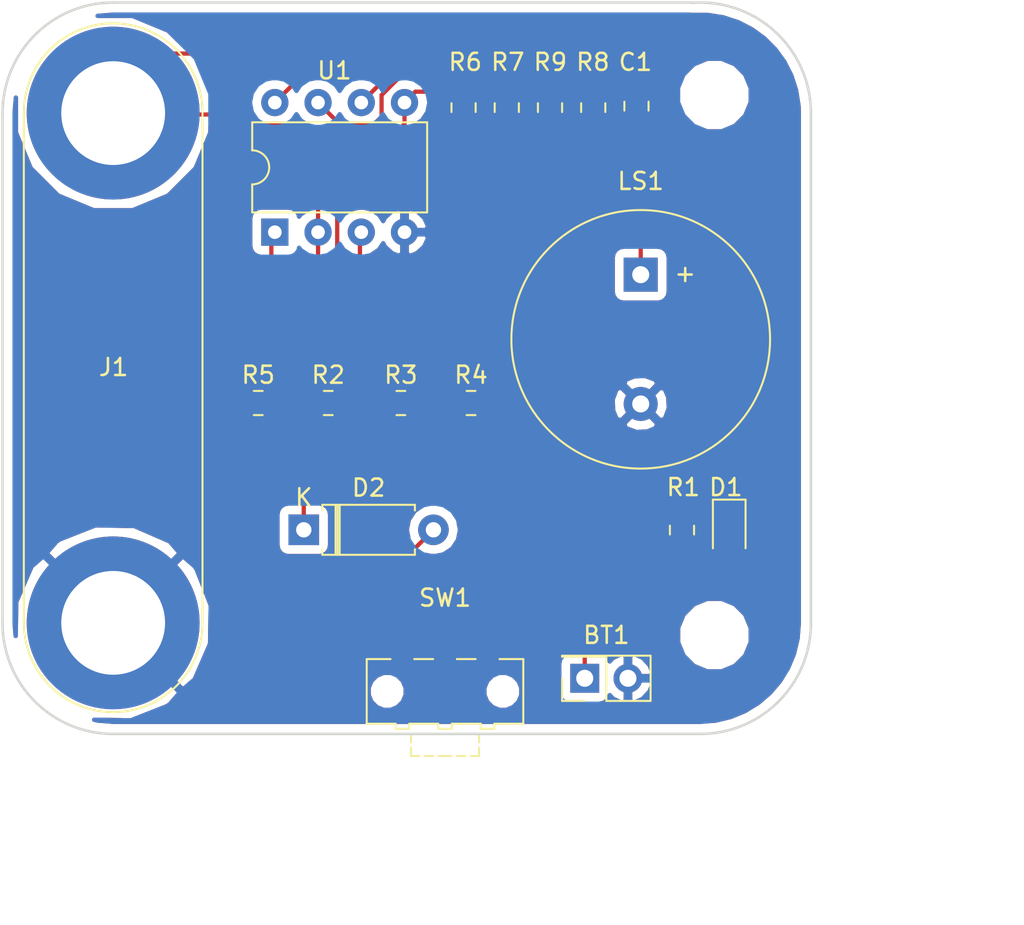
<source format=kicad_pcb>
(kicad_pcb (version 20171130) (host pcbnew "(5.0.0)")

  (general
    (thickness 1.6)
    (drawings 10)
    (tracks 94)
    (zones 0)
    (modules 19)
    (nets 13)
  )

  (page A4)
  (layers
    (0 F.Cu signal)
    (31 B.Cu signal hide)
    (32 B.Adhes user)
    (33 F.Adhes user)
    (34 B.Paste user)
    (35 F.Paste user)
    (36 B.SilkS user)
    (37 F.SilkS user)
    (38 B.Mask user)
    (39 F.Mask user)
    (40 Dwgs.User user)
    (41 Cmts.User user)
    (42 Eco1.User user)
    (43 Eco2.User user)
    (44 Edge.Cuts user)
    (45 Margin user)
    (46 B.CrtYd user)
    (47 F.CrtYd user)
    (48 B.Fab user)
    (49 F.Fab user hide)
  )

  (setup
    (last_trace_width 0.25)
    (trace_clearance 0.2)
    (zone_clearance 0.508)
    (zone_45_only no)
    (trace_min 0.2)
    (segment_width 0.2)
    (edge_width 0.15)
    (via_size 0.8)
    (via_drill 0.4)
    (via_min_size 0.4)
    (via_min_drill 0.3)
    (uvia_size 0.3)
    (uvia_drill 0.1)
    (uvias_allowed no)
    (uvia_min_size 0.2)
    (uvia_min_drill 0.1)
    (pcb_text_width 0.3)
    (pcb_text_size 1.5 1.5)
    (mod_edge_width 0.15)
    (mod_text_size 1 1)
    (mod_text_width 0.15)
    (pad_size 1.524 1.524)
    (pad_drill 0.762)
    (pad_to_mask_clearance 0.2)
    (aux_axis_origin 0 0)
    (visible_elements 7FFFFFFF)
    (pcbplotparams
      (layerselection 0x010fc_ffffffff)
      (usegerberextensions false)
      (usegerberattributes false)
      (usegerberadvancedattributes false)
      (creategerberjobfile false)
      (excludeedgelayer true)
      (linewidth 0.100000)
      (plotframeref false)
      (viasonmask false)
      (mode 1)
      (useauxorigin false)
      (hpglpennumber 1)
      (hpglpenspeed 20)
      (hpglpendiameter 15.000000)
      (psnegative false)
      (psa4output false)
      (plotreference true)
      (plotvalue true)
      (plotinvisibletext false)
      (padsonsilk false)
      (subtractmaskfromsilk false)
      (outputformat 1)
      (mirror false)
      (drillshape 1)
      (scaleselection 1)
      (outputdirectory ""))
  )

  (net 0 "")
  (net 1 +9V)
  (net 2 GND)
  (net 3 "Net-(C1-Pad1)")
  (net 4 "Net-(D1-Pad1)")
  (net 5 "Net-(D1-Pad2)")
  (net 6 VCC)
  (net 7 "Net-(D2-Pad2)")
  (net 8 "Net-(LS1-Pad1)")
  (net 9 "Net-(R3-Pad2)")
  (net 10 "Net-(R5-Pad2)")
  (net 11 "Net-(R5-Pad1)")
  (net 12 "Net-(R7-Pad1)")

  (net_class Default "This is the default net class."
    (clearance 0.2)
    (trace_width 0.25)
    (via_dia 0.8)
    (via_drill 0.4)
    (uvia_dia 0.3)
    (uvia_drill 0.1)
    (add_net +9V)
    (add_net GND)
    (add_net "Net-(C1-Pad1)")
    (add_net "Net-(D1-Pad1)")
    (add_net "Net-(D1-Pad2)")
    (add_net "Net-(D2-Pad2)")
    (add_net "Net-(LS1-Pad1)")
    (add_net "Net-(R3-Pad2)")
    (add_net "Net-(R5-Pad1)")
    (add_net "Net-(R5-Pad2)")
    (add_net "Net-(R7-Pad1)")
    (add_net VCC)
  )

  (module Connector_PinSocket_2.54mm:PinSocket_2x01_P2.54mm_Vertical (layer F.Cu) (tedit 5A19A420) (tstamp 5BC9F1E5)
    (at 156.21 125.73 180)
    (descr "Through hole straight socket strip, 2x01, 2.54mm pitch, double cols (from Kicad 4.0.7), script generated")
    (tags "Through hole socket strip THT 2x01 2.54mm double row")
    (path /5BBAAF77)
    (fp_text reference BT1 (at -1.27 2.54) (layer F.SilkS)
      (effects (font (size 1 1) (thickness 0.15)))
    )
    (fp_text value Battery (at -1.27 2.77 180) (layer F.Fab)
      (effects (font (size 1 1) (thickness 0.15)))
    )
    (fp_line (start -3.81 -1.27) (end 0.635 -1.27) (layer F.Fab) (width 0.1))
    (fp_line (start 0.635 -1.27) (end 1.27 -0.635) (layer F.Fab) (width 0.1))
    (fp_line (start 1.27 -0.635) (end 1.27 1.27) (layer F.Fab) (width 0.1))
    (fp_line (start 1.27 1.27) (end -3.81 1.27) (layer F.Fab) (width 0.1))
    (fp_line (start -3.81 1.27) (end -3.81 -1.27) (layer F.Fab) (width 0.1))
    (fp_line (start -3.87 -1.33) (end -1.27 -1.33) (layer F.SilkS) (width 0.12))
    (fp_line (start -3.87 -1.33) (end -3.87 1.33) (layer F.SilkS) (width 0.12))
    (fp_line (start -3.87 1.33) (end 1.33 1.33) (layer F.SilkS) (width 0.12))
    (fp_line (start 1.33 1.27) (end 1.33 1.33) (layer F.SilkS) (width 0.12))
    (fp_line (start -1.27 1.27) (end 1.33 1.27) (layer F.SilkS) (width 0.12))
    (fp_line (start -1.27 -1.33) (end -1.27 1.27) (layer F.SilkS) (width 0.12))
    (fp_line (start 1.33 -1.33) (end 1.33 0) (layer F.SilkS) (width 0.12))
    (fp_line (start 0 -1.33) (end 1.33 -1.33) (layer F.SilkS) (width 0.12))
    (fp_line (start -4.34 -1.8) (end 1.76 -1.8) (layer F.CrtYd) (width 0.05))
    (fp_line (start 1.76 -1.8) (end 1.76 1.75) (layer F.CrtYd) (width 0.05))
    (fp_line (start 1.76 1.75) (end -4.34 1.75) (layer F.CrtYd) (width 0.05))
    (fp_line (start -4.34 1.75) (end -4.34 -1.8) (layer F.CrtYd) (width 0.05))
    (fp_text user %R (at -1.27 0 180) (layer F.Fab)
      (effects (font (size 1 1) (thickness 0.15)))
    )
    (pad 1 thru_hole rect (at 0 0 180) (size 1.7 1.7) (drill 1) (layers *.Cu *.Mask)
      (net 1 +9V))
    (pad 2 thru_hole oval (at -2.54 0 180) (size 1.7 1.7) (drill 1) (layers *.Cu *.Mask)
      (net 2 GND))
    (model ${KISYS3DMOD}/Connector_PinSocket_2.54mm.3dshapes/PinSocket_2x01_P2.54mm_Vertical.wrl
      (at (xyz 0 0 0))
      (scale (xyz 1 1 1))
      (rotate (xyz 0 0 0))
    )
  )

  (module Capacitor_SMD:C_0805_2012Metric_Pad1.15x1.40mm_HandSolder (layer F.Cu) (tedit 5B36C52B) (tstamp 5BCA12FD)
    (at 159.25 92.09 270)
    (descr "Capacitor SMD 0805 (2012 Metric), square (rectangular) end terminal, IPC_7351 nominal with elongated pad for handsoldering. (Body size source: https://docs.google.com/spreadsheets/d/1BsfQQcO9C6DZCsRaXUlFlo91Tg2WpOkGARC1WS5S8t0/edit?usp=sharing), generated with kicad-footprint-generator")
    (tags "capacitor handsolder")
    (path /5BBAA3BB)
    (attr smd)
    (fp_text reference C1 (at -2.59 0.06) (layer F.SilkS)
      (effects (font (size 1 1) (thickness 0.15)))
    )
    (fp_text value 15n (at 0 1.65 270) (layer F.Fab)
      (effects (font (size 1 1) (thickness 0.15)))
    )
    (fp_line (start -1 0.6) (end -1 -0.6) (layer F.Fab) (width 0.1))
    (fp_line (start -1 -0.6) (end 1 -0.6) (layer F.Fab) (width 0.1))
    (fp_line (start 1 -0.6) (end 1 0.6) (layer F.Fab) (width 0.1))
    (fp_line (start 1 0.6) (end -1 0.6) (layer F.Fab) (width 0.1))
    (fp_line (start -0.261252 -0.71) (end 0.261252 -0.71) (layer F.SilkS) (width 0.12))
    (fp_line (start -0.261252 0.71) (end 0.261252 0.71) (layer F.SilkS) (width 0.12))
    (fp_line (start -1.85 0.95) (end -1.85 -0.95) (layer F.CrtYd) (width 0.05))
    (fp_line (start -1.85 -0.95) (end 1.85 -0.95) (layer F.CrtYd) (width 0.05))
    (fp_line (start 1.85 -0.95) (end 1.85 0.95) (layer F.CrtYd) (width 0.05))
    (fp_line (start 1.85 0.95) (end -1.85 0.95) (layer F.CrtYd) (width 0.05))
    (fp_text user %R (at 0 0 270) (layer F.Fab)
      (effects (font (size 0.5 0.5) (thickness 0.08)))
    )
    (pad 1 smd roundrect (at -1.025 0 270) (size 1.15 1.4) (layers F.Cu F.Paste F.Mask) (roundrect_rratio 0.217391)
      (net 3 "Net-(C1-Pad1)"))
    (pad 2 smd roundrect (at 1.025 0 270) (size 1.15 1.4) (layers F.Cu F.Paste F.Mask) (roundrect_rratio 0.217391)
      (net 2 GND))
    (model ${KISYS3DMOD}/Capacitor_SMD.3dshapes/C_0805_2012Metric.wrl
      (at (xyz 0 0 0))
      (scale (xyz 1 1 1))
      (rotate (xyz 0 0 0))
    )
  )

  (module LED_SMD:LED_0805_2012Metric_Pad1.15x1.40mm_HandSolder (layer F.Cu) (tedit 5B4B45C9) (tstamp 5BCA1CFB)
    (at 164.701094 117.085 270)
    (descr "LED SMD 0805 (2012 Metric), square (rectangular) end terminal, IPC_7351 nominal, (Body size source: https://docs.google.com/spreadsheets/d/1BsfQQcO9C6DZCsRaXUlFlo91Tg2WpOkGARC1WS5S8t0/edit?usp=sharing), generated with kicad-footprint-generator")
    (tags "LED handsolder")
    (path /5BBA9EE7)
    (attr smd)
    (fp_text reference D1 (at -2.585 0.201094) (layer F.SilkS)
      (effects (font (size 1 1) (thickness 0.15)))
    )
    (fp_text value LED (at 0 1.65 270) (layer F.Fab)
      (effects (font (size 1 1) (thickness 0.15)))
    )
    (fp_line (start 1 -0.6) (end -0.7 -0.6) (layer F.Fab) (width 0.1))
    (fp_line (start -0.7 -0.6) (end -1 -0.3) (layer F.Fab) (width 0.1))
    (fp_line (start -1 -0.3) (end -1 0.6) (layer F.Fab) (width 0.1))
    (fp_line (start -1 0.6) (end 1 0.6) (layer F.Fab) (width 0.1))
    (fp_line (start 1 0.6) (end 1 -0.6) (layer F.Fab) (width 0.1))
    (fp_line (start 1 -0.96) (end -1.86 -0.96) (layer F.SilkS) (width 0.12))
    (fp_line (start -1.86 -0.96) (end -1.86 0.96) (layer F.SilkS) (width 0.12))
    (fp_line (start -1.86 0.96) (end 1 0.96) (layer F.SilkS) (width 0.12))
    (fp_line (start -1.85 0.95) (end -1.85 -0.95) (layer F.CrtYd) (width 0.05))
    (fp_line (start -1.85 -0.95) (end 1.85 -0.95) (layer F.CrtYd) (width 0.05))
    (fp_line (start 1.85 -0.95) (end 1.85 0.95) (layer F.CrtYd) (width 0.05))
    (fp_line (start 1.85 0.95) (end -1.85 0.95) (layer F.CrtYd) (width 0.05))
    (fp_text user %R (at -0.245 -0.398906 270) (layer F.Fab)
      (effects (font (size 0.5 0.5) (thickness 0.08)))
    )
    (pad 1 smd roundrect (at -1.025 0 270) (size 1.15 1.4) (layers F.Cu F.Paste F.Mask) (roundrect_rratio 0.217391)
      (net 4 "Net-(D1-Pad1)"))
    (pad 2 smd roundrect (at 1.025 0 270) (size 1.15 1.4) (layers F.Cu F.Paste F.Mask) (roundrect_rratio 0.217391)
      (net 5 "Net-(D1-Pad2)"))
    (model ${KISYS3DMOD}/LED_SMD.3dshapes/LED_0805_2012Metric.wrl
      (at (xyz 0 0 0))
      (scale (xyz 1 1 1))
      (rotate (xyz 0 0 0))
    )
  )

  (module Diode_THT:D_A-405_P7.62mm_Horizontal (layer F.Cu) (tedit 5AE50CD5) (tstamp 5BCA1AE1)
    (at 139.7 117)
    (descr "Diode, A-405 series, Axial, Horizontal, pin pitch=7.62mm, , length*diameter=5.2*2.7mm^2, , http://www.diodes.com/_files/packages/A-405.pdf")
    (tags "Diode A-405 series Axial Horizontal pin pitch 7.62mm  length 5.2mm diameter 2.7mm")
    (path /5BBAB011)
    (fp_text reference D2 (at 3.81 -2.47 180) (layer F.SilkS)
      (effects (font (size 1 1) (thickness 0.15)))
    )
    (fp_text value IN4148 (at 3.81 2.47) (layer F.Fab)
      (effects (font (size 1 1) (thickness 0.15)))
    )
    (fp_line (start 1.21 -1.35) (end 1.21 1.35) (layer F.Fab) (width 0.1))
    (fp_line (start 1.21 1.35) (end 6.41 1.35) (layer F.Fab) (width 0.1))
    (fp_line (start 6.41 1.35) (end 6.41 -1.35) (layer F.Fab) (width 0.1))
    (fp_line (start 6.41 -1.35) (end 1.21 -1.35) (layer F.Fab) (width 0.1))
    (fp_line (start 0 0) (end 1.21 0) (layer F.Fab) (width 0.1))
    (fp_line (start 7.62 0) (end 6.41 0) (layer F.Fab) (width 0.1))
    (fp_line (start 1.99 -1.35) (end 1.99 1.35) (layer F.Fab) (width 0.1))
    (fp_line (start 2.09 -1.35) (end 2.09 1.35) (layer F.Fab) (width 0.1))
    (fp_line (start 1.89 -1.35) (end 1.89 1.35) (layer F.Fab) (width 0.1))
    (fp_line (start 1.09 -1.14) (end 1.09 -1.47) (layer F.SilkS) (width 0.12))
    (fp_line (start 1.09 -1.47) (end 6.53 -1.47) (layer F.SilkS) (width 0.12))
    (fp_line (start 6.53 -1.47) (end 6.53 -1.14) (layer F.SilkS) (width 0.12))
    (fp_line (start 1.09 1.14) (end 1.09 1.47) (layer F.SilkS) (width 0.12))
    (fp_line (start 1.09 1.47) (end 6.53 1.47) (layer F.SilkS) (width 0.12))
    (fp_line (start 6.53 1.47) (end 6.53 1.14) (layer F.SilkS) (width 0.12))
    (fp_line (start 1.99 -1.47) (end 1.99 1.47) (layer F.SilkS) (width 0.12))
    (fp_line (start 2.11 -1.47) (end 2.11 1.47) (layer F.SilkS) (width 0.12))
    (fp_line (start 1.87 -1.47) (end 1.87 1.47) (layer F.SilkS) (width 0.12))
    (fp_line (start -1.15 -1.6) (end -1.15 1.6) (layer F.CrtYd) (width 0.05))
    (fp_line (start -1.15 1.6) (end 8.77 1.6) (layer F.CrtYd) (width 0.05))
    (fp_line (start 8.77 1.6) (end 8.77 -1.6) (layer F.CrtYd) (width 0.05))
    (fp_line (start 8.77 -1.6) (end -1.15 -1.6) (layer F.CrtYd) (width 0.05))
    (fp_text user %R (at 4.2 0 180) (layer F.Fab)
      (effects (font (size 1 1) (thickness 0.15)))
    )
    (fp_text user K (at 0 -1.9) (layer F.Fab)
      (effects (font (size 1 1) (thickness 0.15)))
    )
    (fp_text user K (at 0 -1.9) (layer F.SilkS)
      (effects (font (size 1 1) (thickness 0.15)))
    )
    (pad 1 thru_hole rect (at 0 0) (size 1.8 1.8) (drill 0.9) (layers *.Cu *.Mask)
      (net 6 VCC))
    (pad 2 thru_hole oval (at 7.62 0) (size 1.8 1.8) (drill 0.9) (layers *.Cu *.Mask)
      (net 7 "Net-(D2-Pad2)"))
    (model ${KISYS3DMOD}/Diode_THT.3dshapes/D_A-405_P7.62mm_Horizontal.wrl
      (at (xyz 0 0 0))
      (scale (xyz 1 1 1))
      (rotate (xyz 0 0 0))
    )
  )

  (module Connector:Banana_Jack_2Pin (layer F.Cu) (tedit 5A1AB217) (tstamp 5BCA1A0D)
    (at 128.5 122.47 90)
    (descr "Dual banana socket, footprint - 2 x 6mm drills")
    (tags "banana socket")
    (path /5BBA9D85)
    (fp_text reference J1 (at 15.028 0.024 180) (layer F.SilkS)
      (effects (font (size 1 1) (thickness 0.15)))
    )
    (fp_text value "Test Probes" (at 14.985 6.29 90) (layer F.Fab)
      (effects (font (size 1 1) (thickness 0.15)))
    )
    (fp_text user %R (at 10.964 0.024 180) (layer F.Fab)
      (effects (font (size 1 1) (thickness 0.15)))
    )
    (fp_line (start 30 -5.5) (end 0 -5.5) (layer F.CrtYd) (width 0.05))
    (fp_line (start 0 5.5) (end 30 5.5) (layer F.CrtYd) (width 0.05))
    (fp_line (start 0 5.25) (end 30 5.25) (layer F.SilkS) (width 0.12))
    (fp_line (start 30 -5.25) (end 0 -5.25) (layer F.SilkS) (width 0.12))
    (fp_circle (center 30 0) (end 32 0) (layer F.Fab) (width 0.1))
    (fp_circle (center 0 0) (end 2 0) (layer F.Fab) (width 0.1))
    (fp_circle (center 0 0) (end 4.75 0) (layer F.Fab) (width 0.1))
    (fp_circle (center 30 0) (end 34.75 0) (layer F.Fab) (width 0.1))
    (fp_arc (start 0 0) (end 0 5.5) (angle 180) (layer F.CrtYd) (width 0.05))
    (fp_arc (start 30 0) (end 30 -5.5) (angle 180) (layer F.CrtYd) (width 0.05))
    (fp_arc (start 30 0) (end 30 -5.25) (angle 180) (layer F.SilkS) (width 0.12))
    (fp_arc (start 0 0) (end 0 5.25) (angle 180) (layer F.SilkS) (width 0.12))
    (pad 1 thru_hole circle (at 0 0 90) (size 10.16 10.16) (drill 6.1) (layers *.Cu *.Mask)
      (net 2 GND))
    (pad 2 thru_hole circle (at 29.97 0 90) (size 10.16 10.16) (drill 6.1) (layers *.Cu *.Mask)
      (net 4 "Net-(D1-Pad1)"))
    (model ${KISYS3DMOD}/Connector.3dshapes/Banana_Jack_2Pin.wrl
      (offset (xyz 14.98599977493286 0 0))
      (scale (xyz 2 2 2))
      (rotate (xyz 0 0 0))
    )
  )

  (module Buzzer_Beeper:Buzzer_15x7.5RM7.6 (layer F.Cu) (tedit 5A030281) (tstamp 5BC9FD32)
    (at 159.5 102 270)
    (descr "Generic Buzzer, D15mm height 7.5mm with RM7.6mm")
    (tags buzzer)
    (path /5BBAACF8)
    (fp_text reference LS1 (at -5.5 0) (layer F.SilkS)
      (effects (font (size 1 1) (thickness 0.15)))
    )
    (fp_text value KU57M (at 3.81 8.89 270) (layer F.Fab)
      (effects (font (size 1 1) (thickness 0.15)))
    )
    (fp_text user + (at -0.01 -2.54 270) (layer F.Fab)
      (effects (font (size 1 1) (thickness 0.15)))
    )
    (fp_text user + (at -0.01 -2.54 270) (layer F.SilkS)
      (effects (font (size 1 1) (thickness 0.15)))
    )
    (fp_text user %R (at 3.8 -4 270) (layer F.Fab)
      (effects (font (size 1 1) (thickness 0.15)))
    )
    (fp_circle (center 3.8 0) (end 11.55 0) (layer F.CrtYd) (width 0.05))
    (fp_circle (center 3.8 0) (end 11.3 0) (layer F.Fab) (width 0.1))
    (fp_circle (center 3.8 0) (end 4.8 0) (layer F.Fab) (width 0.1))
    (fp_circle (center 3.8 0) (end 11.4 0) (layer F.SilkS) (width 0.12))
    (pad 1 thru_hole rect (at 0 0 270) (size 2 2) (drill 1) (layers *.Cu *.Mask)
      (net 8 "Net-(LS1-Pad1)"))
    (pad 2 thru_hole circle (at 7.6 0 270) (size 2 2) (drill 1) (layers *.Cu *.Mask)
      (net 2 GND))
    (model ${KISYS3DMOD}/Buzzer_Beeper.3dshapes/Buzzer_15x7.5RM7.6.wrl
      (at (xyz 0 0 0))
      (scale (xyz 1 1 1))
      (rotate (xyz 0 0 0))
    )
  )

  (module Resistor_SMD:R_0805_2012Metric (layer F.Cu) (tedit 5B36C52B) (tstamp 5BCA1D2F)
    (at 161.925 117.0155 270)
    (descr "Resistor SMD 0805 (2012 Metric), square (rectangular) end terminal, IPC_7351 nominal, (Body size source: https://docs.google.com/spreadsheets/d/1BsfQQcO9C6DZCsRaXUlFlo91Tg2WpOkGARC1WS5S8t0/edit?usp=sharing), generated with kicad-footprint-generator")
    (tags resistor)
    (path /5BBA9F77)
    (attr smd)
    (fp_text reference R1 (at -2.5155 -0.075) (layer F.SilkS)
      (effects (font (size 1 1) (thickness 0.15)))
    )
    (fp_text value 6K8 (at 0 1.65 270) (layer F.Fab)
      (effects (font (size 1 1) (thickness 0.15)))
    )
    (fp_text user %R (at 0 0 270) (layer F.Fab)
      (effects (font (size 0.5 0.5) (thickness 0.08)))
    )
    (fp_line (start 1.68 0.95) (end -1.68 0.95) (layer F.CrtYd) (width 0.05))
    (fp_line (start 1.68 -0.95) (end 1.68 0.95) (layer F.CrtYd) (width 0.05))
    (fp_line (start -1.68 -0.95) (end 1.68 -0.95) (layer F.CrtYd) (width 0.05))
    (fp_line (start -1.68 0.95) (end -1.68 -0.95) (layer F.CrtYd) (width 0.05))
    (fp_line (start -0.258578 0.71) (end 0.258578 0.71) (layer F.SilkS) (width 0.12))
    (fp_line (start -0.258578 -0.71) (end 0.258578 -0.71) (layer F.SilkS) (width 0.12))
    (fp_line (start 1 0.6) (end -1 0.6) (layer F.Fab) (width 0.1))
    (fp_line (start 1 -0.6) (end 1 0.6) (layer F.Fab) (width 0.1))
    (fp_line (start -1 -0.6) (end 1 -0.6) (layer F.Fab) (width 0.1))
    (fp_line (start -1 0.6) (end -1 -0.6) (layer F.Fab) (width 0.1))
    (pad 2 smd roundrect (at 0.9375 0 270) (size 0.975 1.4) (layers F.Cu F.Paste F.Mask) (roundrect_rratio 0.25)
      (net 5 "Net-(D1-Pad2)"))
    (pad 1 smd roundrect (at -0.9375 0 270) (size 0.975 1.4) (layers F.Cu F.Paste F.Mask) (roundrect_rratio 0.25)
      (net 6 VCC))
    (model ${KISYS3DMOD}/Resistor_SMD.3dshapes/R_0805_2012Metric.wrl
      (at (xyz 0 0 0))
      (scale (xyz 1 1 1))
      (rotate (xyz 0 0 0))
    )
  )

  (module Resistor_SMD:R_0805_2012Metric (layer F.Cu) (tedit 5B36C52B) (tstamp 5BC9F26A)
    (at 141.1375 109.545)
    (descr "Resistor SMD 0805 (2012 Metric), square (rectangular) end terminal, IPC_7351 nominal, (Body size source: https://docs.google.com/spreadsheets/d/1BsfQQcO9C6DZCsRaXUlFlo91Tg2WpOkGARC1WS5S8t0/edit?usp=sharing), generated with kicad-footprint-generator")
    (tags resistor)
    (path /5BBA9E20)
    (attr smd)
    (fp_text reference R2 (at 0 -1.65) (layer F.SilkS)
      (effects (font (size 1 1) (thickness 0.15)))
    )
    (fp_text value 47 (at 0 1.65) (layer F.Fab)
      (effects (font (size 1 1) (thickness 0.15)))
    )
    (fp_line (start -1 0.6) (end -1 -0.6) (layer F.Fab) (width 0.1))
    (fp_line (start -1 -0.6) (end 1 -0.6) (layer F.Fab) (width 0.1))
    (fp_line (start 1 -0.6) (end 1 0.6) (layer F.Fab) (width 0.1))
    (fp_line (start 1 0.6) (end -1 0.6) (layer F.Fab) (width 0.1))
    (fp_line (start -0.258578 -0.71) (end 0.258578 -0.71) (layer F.SilkS) (width 0.12))
    (fp_line (start -0.258578 0.71) (end 0.258578 0.71) (layer F.SilkS) (width 0.12))
    (fp_line (start -1.68 0.95) (end -1.68 -0.95) (layer F.CrtYd) (width 0.05))
    (fp_line (start -1.68 -0.95) (end 1.68 -0.95) (layer F.CrtYd) (width 0.05))
    (fp_line (start 1.68 -0.95) (end 1.68 0.95) (layer F.CrtYd) (width 0.05))
    (fp_line (start 1.68 0.95) (end -1.68 0.95) (layer F.CrtYd) (width 0.05))
    (fp_text user %R (at 0 0) (layer F.Fab)
      (effects (font (size 0.5 0.5) (thickness 0.08)))
    )
    (pad 1 smd roundrect (at -0.9375 0) (size 0.975 1.4) (layers F.Cu F.Paste F.Mask) (roundrect_rratio 0.25)
      (net 4 "Net-(D1-Pad1)"))
    (pad 2 smd roundrect (at 0.9375 0) (size 0.975 1.4) (layers F.Cu F.Paste F.Mask) (roundrect_rratio 0.25)
      (net 2 GND))
    (model ${KISYS3DMOD}/Resistor_SMD.3dshapes/R_0805_2012Metric.wrl
      (at (xyz 0 0 0))
      (scale (xyz 1 1 1))
      (rotate (xyz 0 0 0))
    )
  )

  (module Resistor_SMD:R_0805_2012Metric (layer F.Cu) (tedit 5B36C52B) (tstamp 5BCA0F9C)
    (at 145.407 109.545)
    (descr "Resistor SMD 0805 (2012 Metric), square (rectangular) end terminal, IPC_7351 nominal, (Body size source: https://docs.google.com/spreadsheets/d/1BsfQQcO9C6DZCsRaXUlFlo91Tg2WpOkGARC1WS5S8t0/edit?usp=sharing), generated with kicad-footprint-generator")
    (tags resistor)
    (path /5BBA9FDF)
    (attr smd)
    (fp_text reference R3 (at 0 -1.65) (layer F.SilkS)
      (effects (font (size 1 1) (thickness 0.15)))
    )
    (fp_text value 150K (at 0 1.65) (layer F.Fab)
      (effects (font (size 1 1) (thickness 0.15)))
    )
    (fp_line (start -1 0.6) (end -1 -0.6) (layer F.Fab) (width 0.1))
    (fp_line (start -1 -0.6) (end 1 -0.6) (layer F.Fab) (width 0.1))
    (fp_line (start 1 -0.6) (end 1 0.6) (layer F.Fab) (width 0.1))
    (fp_line (start 1 0.6) (end -1 0.6) (layer F.Fab) (width 0.1))
    (fp_line (start -0.258578 -0.71) (end 0.258578 -0.71) (layer F.SilkS) (width 0.12))
    (fp_line (start -0.258578 0.71) (end 0.258578 0.71) (layer F.SilkS) (width 0.12))
    (fp_line (start -1.68 0.95) (end -1.68 -0.95) (layer F.CrtYd) (width 0.05))
    (fp_line (start -1.68 -0.95) (end 1.68 -0.95) (layer F.CrtYd) (width 0.05))
    (fp_line (start 1.68 -0.95) (end 1.68 0.95) (layer F.CrtYd) (width 0.05))
    (fp_line (start 1.68 0.95) (end -1.68 0.95) (layer F.CrtYd) (width 0.05))
    (fp_text user %R (at 0 0) (layer F.Fab)
      (effects (font (size 0.5 0.5) (thickness 0.08)))
    )
    (pad 1 smd roundrect (at -0.9375 0) (size 0.975 1.4) (layers F.Cu F.Paste F.Mask) (roundrect_rratio 0.25)
      (net 6 VCC))
    (pad 2 smd roundrect (at 0.9375 0) (size 0.975 1.4) (layers F.Cu F.Paste F.Mask) (roundrect_rratio 0.25)
      (net 9 "Net-(R3-Pad2)"))
    (model ${KISYS3DMOD}/Resistor_SMD.3dshapes/R_0805_2012Metric.wrl
      (at (xyz 0 0 0))
      (scale (xyz 1 1 1))
      (rotate (xyz 0 0 0))
    )
  )

  (module Resistor_SMD:R_0805_2012Metric (layer F.Cu) (tedit 5B36C52B) (tstamp 5BC9F28C)
    (at 149.5275 109.545)
    (descr "Resistor SMD 0805 (2012 Metric), square (rectangular) end terminal, IPC_7351 nominal, (Body size source: https://docs.google.com/spreadsheets/d/1BsfQQcO9C6DZCsRaXUlFlo91Tg2WpOkGARC1WS5S8t0/edit?usp=sharing), generated with kicad-footprint-generator")
    (tags resistor)
    (path /5BBA9E84)
    (attr smd)
    (fp_text reference R4 (at 0 -1.65) (layer F.SilkS)
      (effects (font (size 1 1) (thickness 0.15)))
    )
    (fp_text value 270 (at 0 1.65) (layer F.Fab)
      (effects (font (size 1 1) (thickness 0.15)))
    )
    (fp_line (start -1 0.6) (end -1 -0.6) (layer F.Fab) (width 0.1))
    (fp_line (start -1 -0.6) (end 1 -0.6) (layer F.Fab) (width 0.1))
    (fp_line (start 1 -0.6) (end 1 0.6) (layer F.Fab) (width 0.1))
    (fp_line (start 1 0.6) (end -1 0.6) (layer F.Fab) (width 0.1))
    (fp_line (start -0.258578 -0.71) (end 0.258578 -0.71) (layer F.SilkS) (width 0.12))
    (fp_line (start -0.258578 0.71) (end 0.258578 0.71) (layer F.SilkS) (width 0.12))
    (fp_line (start -1.68 0.95) (end -1.68 -0.95) (layer F.CrtYd) (width 0.05))
    (fp_line (start -1.68 -0.95) (end 1.68 -0.95) (layer F.CrtYd) (width 0.05))
    (fp_line (start 1.68 -0.95) (end 1.68 0.95) (layer F.CrtYd) (width 0.05))
    (fp_line (start 1.68 0.95) (end -1.68 0.95) (layer F.CrtYd) (width 0.05))
    (fp_text user %R (at 0 0) (layer F.Fab)
      (effects (font (size 0.5 0.5) (thickness 0.08)))
    )
    (pad 1 smd roundrect (at -0.9375 0) (size 0.975 1.4) (layers F.Cu F.Paste F.Mask) (roundrect_rratio 0.25)
      (net 9 "Net-(R3-Pad2)"))
    (pad 2 smd roundrect (at 0.9375 0) (size 0.975 1.4) (layers F.Cu F.Paste F.Mask) (roundrect_rratio 0.25)
      (net 2 GND))
    (model ${KISYS3DMOD}/Resistor_SMD.3dshapes/R_0805_2012Metric.wrl
      (at (xyz 0 0 0))
      (scale (xyz 1 1 1))
      (rotate (xyz 0 0 0))
    )
  )

  (module Resistor_SMD:R_0805_2012Metric (layer F.Cu) (tedit 5B36C52B) (tstamp 5BCA0BAD)
    (at 137.025 109.545)
    (descr "Resistor SMD 0805 (2012 Metric), square (rectangular) end terminal, IPC_7351 nominal, (Body size source: https://docs.google.com/spreadsheets/d/1BsfQQcO9C6DZCsRaXUlFlo91Tg2WpOkGARC1WS5S8t0/edit?usp=sharing), generated with kicad-footprint-generator")
    (tags resistor)
    (path /5BBAA2DB)
    (attr smd)
    (fp_text reference R5 (at 0 -1.65) (layer F.SilkS)
      (effects (font (size 1 1) (thickness 0.15)))
    )
    (fp_text value 10K (at 0 1.65) (layer F.Fab)
      (effects (font (size 1 1) (thickness 0.15)))
    )
    (fp_text user %R (at 0 0 180) (layer F.Fab)
      (effects (font (size 0.5 0.5) (thickness 0.08)))
    )
    (fp_line (start 1.68 0.95) (end -1.68 0.95) (layer F.CrtYd) (width 0.05))
    (fp_line (start 1.68 -0.95) (end 1.68 0.95) (layer F.CrtYd) (width 0.05))
    (fp_line (start -1.68 -0.95) (end 1.68 -0.95) (layer F.CrtYd) (width 0.05))
    (fp_line (start -1.68 0.95) (end -1.68 -0.95) (layer F.CrtYd) (width 0.05))
    (fp_line (start -0.258578 0.71) (end 0.258578 0.71) (layer F.SilkS) (width 0.12))
    (fp_line (start -0.258578 -0.71) (end 0.258578 -0.71) (layer F.SilkS) (width 0.12))
    (fp_line (start 1 0.6) (end -1 0.6) (layer F.Fab) (width 0.1))
    (fp_line (start 1 -0.6) (end 1 0.6) (layer F.Fab) (width 0.1))
    (fp_line (start -1 -0.6) (end 1 -0.6) (layer F.Fab) (width 0.1))
    (fp_line (start -1 0.6) (end -1 -0.6) (layer F.Fab) (width 0.1))
    (pad 2 smd roundrect (at 0.9375 0) (size 0.975 1.4) (layers F.Cu F.Paste F.Mask) (roundrect_rratio 0.25)
      (net 10 "Net-(R5-Pad2)"))
    (pad 1 smd roundrect (at -0.9375 0) (size 0.975 1.4) (layers F.Cu F.Paste F.Mask) (roundrect_rratio 0.25)
      (net 11 "Net-(R5-Pad1)"))
    (model ${KISYS3DMOD}/Resistor_SMD.3dshapes/R_0805_2012Metric.wrl
      (at (xyz 0 0 0))
      (scale (xyz 1 1 1))
      (rotate (xyz 0 0 0))
    )
  )

  (module Resistor_SMD:R_0805_2012Metric (layer F.Cu) (tedit 5B36C52B) (tstamp 5BCA08EE)
    (at 149.09 92.1775 270)
    (descr "Resistor SMD 0805 (2012 Metric), square (rectangular) end terminal, IPC_7351 nominal, (Body size source: https://docs.google.com/spreadsheets/d/1BsfQQcO9C6DZCsRaXUlFlo91Tg2WpOkGARC1WS5S8t0/edit?usp=sharing), generated with kicad-footprint-generator")
    (tags resistor)
    (path /5BBAA36A)
    (attr smd)
    (fp_text reference R6 (at -2.6775 -0.1) (layer F.SilkS)
      (effects (font (size 1 1) (thickness 0.15)))
    )
    (fp_text value 10K (at 0 1.65 270) (layer F.Fab)
      (effects (font (size 1 1) (thickness 0.15)))
    )
    (fp_line (start -1 0.6) (end -1 -0.6) (layer F.Fab) (width 0.1))
    (fp_line (start -1 -0.6) (end 1 -0.6) (layer F.Fab) (width 0.1))
    (fp_line (start 1 -0.6) (end 1 0.6) (layer F.Fab) (width 0.1))
    (fp_line (start 1 0.6) (end -1 0.6) (layer F.Fab) (width 0.1))
    (fp_line (start -0.258578 -0.71) (end 0.258578 -0.71) (layer F.SilkS) (width 0.12))
    (fp_line (start -0.258578 0.71) (end 0.258578 0.71) (layer F.SilkS) (width 0.12))
    (fp_line (start -1.68 0.95) (end -1.68 -0.95) (layer F.CrtYd) (width 0.05))
    (fp_line (start -1.68 -0.95) (end 1.68 -0.95) (layer F.CrtYd) (width 0.05))
    (fp_line (start 1.68 -0.95) (end 1.68 0.95) (layer F.CrtYd) (width 0.05))
    (fp_line (start 1.68 0.95) (end -1.68 0.95) (layer F.CrtYd) (width 0.05))
    (fp_text user %R (at 0 0 270) (layer F.Fab)
      (effects (font (size 0.5 0.5) (thickness 0.08)))
    )
    (pad 1 smd roundrect (at -0.9375 0 270) (size 0.975 1.4) (layers F.Cu F.Paste F.Mask) (roundrect_rratio 0.25)
      (net 11 "Net-(R5-Pad1)"))
    (pad 2 smd roundrect (at 0.9375 0 270) (size 0.975 1.4) (layers F.Cu F.Paste F.Mask) (roundrect_rratio 0.25)
      (net 2 GND))
    (model ${KISYS3DMOD}/Resistor_SMD.3dshapes/R_0805_2012Metric.wrl
      (at (xyz 0 0 0))
      (scale (xyz 1 1 1))
      (rotate (xyz 0 0 0))
    )
  )

  (module Resistor_SMD:R_0805_2012Metric (layer F.Cu) (tedit 5B36C52B) (tstamp 5BC9F2BF)
    (at 151.63 92.1775 90)
    (descr "Resistor SMD 0805 (2012 Metric), square (rectangular) end terminal, IPC_7351 nominal, (Body size source: https://docs.google.com/spreadsheets/d/1BsfQQcO9C6DZCsRaXUlFlo91Tg2WpOkGARC1WS5S8t0/edit?usp=sharing), generated with kicad-footprint-generator")
    (tags resistor)
    (path /5BBAA827)
    (attr smd)
    (fp_text reference R7 (at 2.6775 0.06 180) (layer F.SilkS)
      (effects (font (size 1 1) (thickness 0.15)))
    )
    (fp_text value 100K (at 0 1.65 90) (layer F.Fab)
      (effects (font (size 1 1) (thickness 0.15)))
    )
    (fp_line (start -1 0.6) (end -1 -0.6) (layer F.Fab) (width 0.1))
    (fp_line (start -1 -0.6) (end 1 -0.6) (layer F.Fab) (width 0.1))
    (fp_line (start 1 -0.6) (end 1 0.6) (layer F.Fab) (width 0.1))
    (fp_line (start 1 0.6) (end -1 0.6) (layer F.Fab) (width 0.1))
    (fp_line (start -0.258578 -0.71) (end 0.258578 -0.71) (layer F.SilkS) (width 0.12))
    (fp_line (start -0.258578 0.71) (end 0.258578 0.71) (layer F.SilkS) (width 0.12))
    (fp_line (start -1.68 0.95) (end -1.68 -0.95) (layer F.CrtYd) (width 0.05))
    (fp_line (start -1.68 -0.95) (end 1.68 -0.95) (layer F.CrtYd) (width 0.05))
    (fp_line (start 1.68 -0.95) (end 1.68 0.95) (layer F.CrtYd) (width 0.05))
    (fp_line (start 1.68 0.95) (end -1.68 0.95) (layer F.CrtYd) (width 0.05))
    (fp_text user %R (at 0 0 90) (layer F.Fab)
      (effects (font (size 0.5 0.5) (thickness 0.08)))
    )
    (pad 1 smd roundrect (at -0.9375 0 90) (size 0.975 1.4) (layers F.Cu F.Paste F.Mask) (roundrect_rratio 0.25)
      (net 12 "Net-(R7-Pad1)"))
    (pad 2 smd roundrect (at 0.9375 0 90) (size 0.975 1.4) (layers F.Cu F.Paste F.Mask) (roundrect_rratio 0.25)
      (net 11 "Net-(R5-Pad1)"))
    (model ${KISYS3DMOD}/Resistor_SMD.3dshapes/R_0805_2012Metric.wrl
      (at (xyz 0 0 0))
      (scale (xyz 1 1 1))
      (rotate (xyz 0 0 0))
    )
  )

  (module Resistor_SMD:R_0805_2012Metric (layer F.Cu) (tedit 5B36C52B) (tstamp 5BCA139F)
    (at 156.71 92.1775 90)
    (descr "Resistor SMD 0805 (2012 Metric), square (rectangular) end terminal, IPC_7351 nominal, (Body size source: https://docs.google.com/spreadsheets/d/1BsfQQcO9C6DZCsRaXUlFlo91Tg2WpOkGARC1WS5S8t0/edit?usp=sharing), generated with kicad-footprint-generator")
    (tags resistor)
    (path /5BBAA4B8)
    (attr smd)
    (fp_text reference R8 (at 2.6775 -0.02 180) (layer F.SilkS)
      (effects (font (size 1 1) (thickness 0.15)))
    )
    (fp_text value 100K (at 0 1.65 180) (layer F.Fab)
      (effects (font (size 1 1) (thickness 0.15)))
    )
    (fp_text user %R (at 0 0 90) (layer F.Fab)
      (effects (font (size 0.5 0.5) (thickness 0.08)))
    )
    (fp_line (start 1.68 0.95) (end -1.68 0.95) (layer F.CrtYd) (width 0.05))
    (fp_line (start 1.68 -0.95) (end 1.68 0.95) (layer F.CrtYd) (width 0.05))
    (fp_line (start -1.68 -0.95) (end 1.68 -0.95) (layer F.CrtYd) (width 0.05))
    (fp_line (start -1.68 0.95) (end -1.68 -0.95) (layer F.CrtYd) (width 0.05))
    (fp_line (start -0.258578 0.71) (end 0.258578 0.71) (layer F.SilkS) (width 0.12))
    (fp_line (start -0.258578 -0.71) (end 0.258578 -0.71) (layer F.SilkS) (width 0.12))
    (fp_line (start 1 0.6) (end -1 0.6) (layer F.Fab) (width 0.1))
    (fp_line (start 1 -0.6) (end 1 0.6) (layer F.Fab) (width 0.1))
    (fp_line (start -1 -0.6) (end 1 -0.6) (layer F.Fab) (width 0.1))
    (fp_line (start -1 0.6) (end -1 -0.6) (layer F.Fab) (width 0.1))
    (pad 2 smd roundrect (at 0.9375 0 90) (size 0.975 1.4) (layers F.Cu F.Paste F.Mask) (roundrect_rratio 0.25)
      (net 3 "Net-(C1-Pad1)"))
    (pad 1 smd roundrect (at -0.9375 0 90) (size 0.975 1.4) (layers F.Cu F.Paste F.Mask) (roundrect_rratio 0.25)
      (net 12 "Net-(R7-Pad1)"))
    (model ${KISYS3DMOD}/Resistor_SMD.3dshapes/R_0805_2012Metric.wrl
      (at (xyz 0 0 0))
      (scale (xyz 1 1 1))
      (rotate (xyz 0 0 0))
    )
  )

  (module Resistor_SMD:R_0805_2012Metric (layer F.Cu) (tedit 5B36C52B) (tstamp 5BC9F2E1)
    (at 154.17 92.1775 90)
    (descr "Resistor SMD 0805 (2012 Metric), square (rectangular) end terminal, IPC_7351 nominal, (Body size source: https://docs.google.com/spreadsheets/d/1BsfQQcO9C6DZCsRaXUlFlo91Tg2WpOkGARC1WS5S8t0/edit?usp=sharing), generated with kicad-footprint-generator")
    (tags resistor)
    (path /5BBAA8D2)
    (attr smd)
    (fp_text reference R9 (at 2.6775 0.02 180) (layer F.SilkS)
      (effects (font (size 1 1) (thickness 0.15)))
    )
    (fp_text value 4K7 (at 0 1.65 90) (layer F.Fab)
      (effects (font (size 1 1) (thickness 0.15)))
    )
    (fp_text user %R (at 0 0 90) (layer F.Fab)
      (effects (font (size 0.5 0.5) (thickness 0.08)))
    )
    (fp_line (start 1.68 0.95) (end -1.68 0.95) (layer F.CrtYd) (width 0.05))
    (fp_line (start 1.68 -0.95) (end 1.68 0.95) (layer F.CrtYd) (width 0.05))
    (fp_line (start -1.68 -0.95) (end 1.68 -0.95) (layer F.CrtYd) (width 0.05))
    (fp_line (start -1.68 0.95) (end -1.68 -0.95) (layer F.CrtYd) (width 0.05))
    (fp_line (start -0.258578 0.71) (end 0.258578 0.71) (layer F.SilkS) (width 0.12))
    (fp_line (start -0.258578 -0.71) (end 0.258578 -0.71) (layer F.SilkS) (width 0.12))
    (fp_line (start 1 0.6) (end -1 0.6) (layer F.Fab) (width 0.1))
    (fp_line (start 1 -0.6) (end 1 0.6) (layer F.Fab) (width 0.1))
    (fp_line (start -1 -0.6) (end 1 -0.6) (layer F.Fab) (width 0.1))
    (fp_line (start -1 0.6) (end -1 -0.6) (layer F.Fab) (width 0.1))
    (pad 2 smd roundrect (at 0.9375 0 90) (size 0.975 1.4) (layers F.Cu F.Paste F.Mask) (roundrect_rratio 0.25)
      (net 8 "Net-(LS1-Pad1)"))
    (pad 1 smd roundrect (at -0.9375 0 90) (size 0.975 1.4) (layers F.Cu F.Paste F.Mask) (roundrect_rratio 0.25)
      (net 12 "Net-(R7-Pad1)"))
    (model ${KISYS3DMOD}/Resistor_SMD.3dshapes/R_0805_2012Metric.wrl
      (at (xyz 0 0 0))
      (scale (xyz 1 1 1))
      (rotate (xyz 0 0 0))
    )
  )

  (module Button_Switch_SMD:SW_SPDT_CK-JS102011SAQN (layer F.Cu) (tedit 5A02FC95) (tstamp 5BC9FEA0)
    (at 148 126.5)
    (descr http://www.ckswitches.com/media/1422/js.pdf)
    (tags "switch spdt")
    (path /5BBAB3A5)
    (attr smd)
    (fp_text reference SW1 (at 0 -5.5) (layer F.SilkS)
      (effects (font (size 1 1) (thickness 0.15)))
    )
    (fp_text value SW_SPST (at 0 -2.9) (layer F.Fab)
      (effects (font (size 1 1) (thickness 0.15)))
    )
    (fp_line (start -4.5 -1.8) (end 4.5 -1.8) (layer F.Fab) (width 0.1))
    (fp_line (start 4.5 -1.8) (end 4.5 1.8) (layer F.Fab) (width 0.1))
    (fp_line (start 4.5 1.8) (end -4.4 1.8) (layer F.Fab) (width 0.1))
    (fp_line (start -4.4 1.8) (end -4.5 1.8) (layer F.Fab) (width 0.1))
    (fp_line (start -4.5 1.8) (end -4.5 1.8) (layer F.Fab) (width 0.1))
    (fp_line (start -4.5 -1.8) (end -4.5 1.8) (layer F.Fab) (width 0.1))
    (fp_line (start -4.5 1.8) (end -4.5 1.8) (layer F.Fab) (width 0.1))
    (fp_text user %R (at 0 0) (layer F.Fab)
      (effects (font (size 1 1) (thickness 0.15)))
    )
    (fp_line (start -1.5 1.8) (end -1.5 1.8) (layer F.Fab) (width 0.1))
    (fp_line (start 3.2 -1.9) (end 4.6 -1.9) (layer F.SilkS) (width 0.12))
    (fp_line (start 4.6 -1.9) (end 4.6 1.9) (layer F.SilkS) (width 0.12))
    (fp_line (start -4.6 1.9) (end -4.6 -1.9) (layer F.SilkS) (width 0.12))
    (fp_line (start -4.6 -1.9) (end -3.2 -1.9) (layer F.SilkS) (width 0.12))
    (fp_line (start 1.8 -1.9) (end 0.7 -1.9) (layer F.SilkS) (width 0.12))
    (fp_line (start 0.7 -1.9) (end 0.7 -1.9) (layer F.SilkS) (width 0.12))
    (fp_line (start -0.7 -1.9) (end -1.8 -1.9) (layer F.SilkS) (width 0.12))
    (fp_line (start -1.8 -1.9) (end -1.8 -1.9) (layer F.SilkS) (width 0.12))
    (fp_line (start 0.3 1.8) (end 0.3 2.1) (layer F.Fab) (width 0.1))
    (fp_line (start 0.3 2.1) (end -0.3 2.1) (layer F.Fab) (width 0.1))
    (fp_line (start -0.3 2.1) (end -0.3 1.8) (layer F.Fab) (width 0.1))
    (fp_line (start -0.3 1.8) (end -0.3 1.8) (layer F.Fab) (width 0.1))
    (fp_line (start -2.2 1.8) (end -2.2 2.1) (layer F.Fab) (width 0.1))
    (fp_line (start -2.2 2.1) (end -2.8 2.1) (layer F.Fab) (width 0.1))
    (fp_line (start -2.8 2.1) (end -2.8 1.8) (layer F.Fab) (width 0.1))
    (fp_line (start -2.8 1.8) (end -2.8 1.8) (layer F.Fab) (width 0.1))
    (fp_line (start 2.2 1.8) (end 2.2 2.1) (layer F.Fab) (width 0.1))
    (fp_line (start 2.2 2.1) (end 2.8 2.1) (layer F.Fab) (width 0.1))
    (fp_line (start 2.8 2.1) (end 2.8 1.8) (layer F.Fab) (width 0.1))
    (fp_line (start 2.8 1.8) (end 2.8 1.8) (layer F.Fab) (width 0.1))
    (fp_line (start 4.6 1.9) (end 2.9 1.9) (layer F.SilkS) (width 0.12))
    (fp_line (start 2.9 1.9) (end 2.9 2.2) (layer F.SilkS) (width 0.12))
    (fp_line (start 2.9 2.2) (end 2.1 2.2) (layer F.SilkS) (width 0.12))
    (fp_line (start 2.1 2.2) (end 2.1 1.9) (layer F.SilkS) (width 0.12))
    (fp_line (start 2.1 1.9) (end 0.4 1.9) (layer F.SilkS) (width 0.12))
    (fp_line (start 0.4 1.9) (end 0.4 2.2) (layer F.SilkS) (width 0.12))
    (fp_line (start 0.4 2.2) (end -0.4 2.2) (layer F.SilkS) (width 0.12))
    (fp_line (start -0.4 2.2) (end -0.4 1.9) (layer F.SilkS) (width 0.12))
    (fp_line (start -0.4 1.9) (end -2.1 1.9) (layer F.SilkS) (width 0.12))
    (fp_line (start -2.1 1.9) (end -2.1 2.2) (layer F.SilkS) (width 0.12))
    (fp_line (start -2.1 2.2) (end -2.9 2.2) (layer F.SilkS) (width 0.12))
    (fp_line (start -2.9 2.2) (end -2.9 1.9) (layer F.SilkS) (width 0.12))
    (fp_line (start -2.9 1.9) (end -4.6 1.9) (layer F.SilkS) (width 0.12))
    (fp_line (start -4.6 1.9) (end -4.6 1.9) (layer F.SilkS) (width 0.12))
    (fp_line (start -0.5 1.8) (end -0.5 3.8) (layer F.Fab) (width 0.1))
    (fp_line (start -0.5 3.8) (end -2 3.8) (layer F.Fab) (width 0.1))
    (fp_line (start -2 3.8) (end -2 1.8) (layer F.Fab) (width 0.1))
    (fp_line (start -2 1.8) (end -2 1.8) (layer F.Fab) (width 0.1))
    (fp_line (start -5 -2.25) (end -5 2.25) (layer F.CrtYd) (width 0.05))
    (fp_line (start -5 2.25) (end -3.25 2.25) (layer F.CrtYd) (width 0.05))
    (fp_line (start -3.25 2.25) (end -3.25 2.75) (layer F.CrtYd) (width 0.05))
    (fp_line (start -3.25 2.75) (end -2.5 2.75) (layer F.CrtYd) (width 0.05))
    (fp_line (start -2.5 2.75) (end -2.5 4.25) (layer F.CrtYd) (width 0.05))
    (fp_line (start -2.5 4.25) (end 2.5 4.25) (layer F.CrtYd) (width 0.05))
    (fp_line (start 2.5 4.25) (end 2.5 2.5) (layer F.CrtYd) (width 0.05))
    (fp_line (start 2.5 2.5) (end 3.25 2.5) (layer F.CrtYd) (width 0.05))
    (fp_line (start 3.25 2.5) (end 3.25 2.25) (layer F.CrtYd) (width 0.05))
    (fp_line (start 3.25 2.25) (end 5 2.25) (layer F.CrtYd) (width 0.05))
    (fp_line (start 5 2.25) (end 5 -2.25) (layer F.CrtYd) (width 0.05))
    (fp_line (start 5 -2.25) (end 3.5 -2.25) (layer F.CrtYd) (width 0.05))
    (fp_line (start 3.5 -2.25) (end 3.5 -4.5) (layer F.CrtYd) (width 0.05))
    (fp_line (start 3.5 -4.5) (end -3.5 -4.5) (layer F.CrtYd) (width 0.05))
    (fp_line (start -3.5 -4.5) (end -3.5 -2.25) (layer F.CrtYd) (width 0.05))
    (fp_line (start -3.5 -2.25) (end -5 -2.25) (layer F.CrtYd) (width 0.05))
    (fp_line (start -5 -2.25) (end -5 -2.25) (layer F.CrtYd) (width 0.05))
    (fp_line (start -2 3.8) (end -2 3.3) (layer F.SilkS) (width 0.12))
    (fp_line (start -2 3.3) (end -2 3.3) (layer F.SilkS) (width 0.12))
    (fp_line (start -2 3.8) (end -1.5 3.8) (layer F.SilkS) (width 0.12))
    (fp_line (start -1.5 3.8) (end -1.5 3.8) (layer F.SilkS) (width 0.12))
    (fp_line (start 2 3.8) (end 1.5 3.8) (layer F.SilkS) (width 0.12))
    (fp_line (start 1.5 3.8) (end 1.5 3.8) (layer F.SilkS) (width 0.12))
    (fp_line (start 2 3.8) (end 2 3.3) (layer F.SilkS) (width 0.12))
    (fp_line (start 2 3.3) (end 2 3.3) (layer F.SilkS) (width 0.12))
    (fp_line (start 2 3) (end 2 2.5) (layer F.SilkS) (width 0.12))
    (fp_line (start 2 2.5) (end 2 2.5) (layer F.SilkS) (width 0.12))
    (fp_line (start -2 3) (end -2 2.5) (layer F.SilkS) (width 0.12))
    (fp_line (start -2 2.5) (end -2 2.5) (layer F.SilkS) (width 0.12))
    (fp_line (start -1.2 3.8) (end -0.7 3.8) (layer F.SilkS) (width 0.12))
    (fp_line (start -0.7 3.8) (end -0.7 3.8) (layer F.SilkS) (width 0.12))
    (fp_line (start 1.2 3.8) (end 0.7 3.8) (layer F.SilkS) (width 0.12))
    (fp_line (start 0.7 3.8) (end 0.7 3.8) (layer F.SilkS) (width 0.12))
    (fp_line (start 0.4 3.8) (end -0.4 3.8) (layer F.SilkS) (width 0.12))
    (fp_line (start -0.4 3.8) (end -0.4 3.8) (layer F.SilkS) (width 0.12))
    (pad 1 smd rect (at -2.5 -2.75) (size 1.25 2.5) (layers F.Cu F.Paste F.Mask)
      (net 7 "Net-(D2-Pad2)"))
    (pad 2 smd rect (at 0 -2.75) (size 1.25 2.5) (layers F.Cu F.Paste F.Mask)
      (net 1 +9V))
    (pad 3 smd rect (at 2.5 -2.75) (size 1.25 2.5) (layers F.Cu F.Paste F.Mask))
    (pad "" np_thru_hole circle (at -3.4 0) (size 0.9 0.9) (drill 0.9) (layers *.Cu *.Mask))
    (pad "" np_thru_hole circle (at 3.4 0) (size 0.9 0.9) (drill 0.9) (layers *.Cu *.Mask))
    (model ${KISYS3DMOD}/Button_Switch_SMD.3dshapes/SW_SPDT_CK-JS102011SAQN.wrl
      (at (xyz 0 0 0))
      (scale (xyz 1 1 1))
      (rotate (xyz 0 0 0))
    )
  )

  (module Package_DIP:DIP-8_W7.62mm (layer F.Cu) (tedit 5A02E8C5) (tstamp 5BCA02F0)
    (at 138 99.5 90)
    (descr "8-lead though-hole mounted DIP package, row spacing 7.62 mm (300 mils)")
    (tags "THT DIP DIL PDIP 2.54mm 7.62mm 300mil")
    (path /5BBAA125)
    (fp_text reference U1 (at 9.5 3.5 180) (layer F.SilkS)
      (effects (font (size 1 1) (thickness 0.15)))
    )
    (fp_text value CA3240 (at 3.81 9.95 90) (layer F.Fab)
      (effects (font (size 1 1) (thickness 0.15)))
    )
    (fp_arc (start 3.81 -1.33) (end 2.81 -1.33) (angle -180) (layer F.SilkS) (width 0.12))
    (fp_line (start 1.635 -1.27) (end 6.985 -1.27) (layer F.Fab) (width 0.1))
    (fp_line (start 6.985 -1.27) (end 6.985 8.89) (layer F.Fab) (width 0.1))
    (fp_line (start 6.985 8.89) (end 0.635 8.89) (layer F.Fab) (width 0.1))
    (fp_line (start 0.635 8.89) (end 0.635 -0.27) (layer F.Fab) (width 0.1))
    (fp_line (start 0.635 -0.27) (end 1.635 -1.27) (layer F.Fab) (width 0.1))
    (fp_line (start 2.81 -1.33) (end 1.16 -1.33) (layer F.SilkS) (width 0.12))
    (fp_line (start 1.16 -1.33) (end 1.16 8.95) (layer F.SilkS) (width 0.12))
    (fp_line (start 1.16 8.95) (end 6.46 8.95) (layer F.SilkS) (width 0.12))
    (fp_line (start 6.46 8.95) (end 6.46 -1.33) (layer F.SilkS) (width 0.12))
    (fp_line (start 6.46 -1.33) (end 4.81 -1.33) (layer F.SilkS) (width 0.12))
    (fp_line (start -1.1 -1.55) (end -1.1 9.15) (layer F.CrtYd) (width 0.05))
    (fp_line (start -1.1 9.15) (end 8.7 9.15) (layer F.CrtYd) (width 0.05))
    (fp_line (start 8.7 9.15) (end 8.7 -1.55) (layer F.CrtYd) (width 0.05))
    (fp_line (start 8.7 -1.55) (end -1.1 -1.55) (layer F.CrtYd) (width 0.05))
    (fp_text user %R (at 3.81 3.81 90) (layer F.Fab)
      (effects (font (size 1 1) (thickness 0.15)))
    )
    (pad 1 thru_hole rect (at 0 0 90) (size 1.6 1.6) (drill 0.8) (layers *.Cu *.Mask)
      (net 10 "Net-(R5-Pad2)"))
    (pad 5 thru_hole oval (at 7.62 7.62 90) (size 1.6 1.6) (drill 0.8) (layers *.Cu *.Mask)
      (net 11 "Net-(R5-Pad1)"))
    (pad 2 thru_hole oval (at 0 2.54 90) (size 1.6 1.6) (drill 0.8) (layers *.Cu *.Mask)
      (net 4 "Net-(D1-Pad1)"))
    (pad 6 thru_hole oval (at 7.62 5.08 90) (size 1.6 1.6) (drill 0.8) (layers *.Cu *.Mask)
      (net 3 "Net-(C1-Pad1)"))
    (pad 3 thru_hole oval (at 0 5.08 90) (size 1.6 1.6) (drill 0.8) (layers *.Cu *.Mask)
      (net 9 "Net-(R3-Pad2)"))
    (pad 7 thru_hole oval (at 7.62 2.54 90) (size 1.6 1.6) (drill 0.8) (layers *.Cu *.Mask)
      (net 12 "Net-(R7-Pad1)"))
    (pad 4 thru_hole oval (at 0 7.62 90) (size 1.6 1.6) (drill 0.8) (layers *.Cu *.Mask)
      (net 2 GND))
    (pad 8 thru_hole oval (at 7.62 0 90) (size 1.6 1.6) (drill 0.8) (layers *.Cu *.Mask)
      (net 6 VCC))
    (model ${KISYS3DMOD}/Package_DIP.3dshapes/DIP-8_W7.62mm.wrl
      (at (xyz 0 0 0))
      (scale (xyz 1 1 1))
      (rotate (xyz 0 0 0))
    )
  )

  (module MountingHole:MountingHole_3mm (layer F.Cu) (tedit 5BDCBBC7) (tstamp 5BDCBB24)
    (at 163.83 91.44)
    (descr "Mounting Hole 3mm, no annular")
    (tags "mounting hole 3mm no annular")
    (path /5BDC2E35)
    (attr virtual)
    (fp_text reference MH1 (at 0 -4) (layer F.SilkS) hide
      (effects (font (size 1 1) (thickness 0.15)))
    )
    (fp_text value MountingHole (at 0 4) (layer F.Fab)
      (effects (font (size 1 1) (thickness 0.15)))
    )
    (fp_circle (center 0 0) (end 3.25 0) (layer F.CrtYd) (width 0.05))
    (fp_circle (center 0 0) (end 3 0) (layer Cmts.User) (width 0.15))
    (fp_text user %R (at 0.3 0) (layer F.Fab)
      (effects (font (size 1 1) (thickness 0.15)))
    )
    (pad 1 np_thru_hole circle (at 0 0) (size 3 3) (drill 3) (layers *.Cu *.Mask))
  )

  (module MountingHole:MountingHole_3mm (layer F.Cu) (tedit 5BDCBBBF) (tstamp 5BDCBB2C)
    (at 163.83 123.19)
    (descr "Mounting Hole 3mm, no annular")
    (tags "mounting hole 3mm no annular")
    (path /5BDC2EC0)
    (attr virtual)
    (fp_text reference MH2 (at 0 -4) (layer F.SilkS) hide
      (effects (font (size 1 1) (thickness 0.15)))
    )
    (fp_text value MountingHole (at 0 4) (layer F.Fab)
      (effects (font (size 1 1) (thickness 0.15)))
    )
    (fp_text user %R (at 0.3 0) (layer F.Fab)
      (effects (font (size 1 1) (thickness 0.15)))
    )
    (fp_circle (center 0 0) (end 3 0) (layer Cmts.User) (width 0.15))
    (fp_circle (center 0 0) (end 3.25 0) (layer F.CrtYd) (width 0.05))
    (pad 1 np_thru_hole circle (at 0 0) (size 3 3) (drill 3) (layers *.Cu *.Mask))
  )

  (dimension 47.5 (width 0.3) (layer Dwgs.User)
    (gr_text "47.500 mm" (at 145.75 141.6) (layer Dwgs.User)
      (effects (font (size 1.5 1.5) (thickness 0.3)))
    )
    (feature1 (pts (xy 169.5 122.5) (xy 169.5 140.086421)))
    (feature2 (pts (xy 122 122.5) (xy 122 140.086421)))
    (crossbar (pts (xy 122 139.5) (xy 169.5 139.5)))
    (arrow1a (pts (xy 169.5 139.5) (xy 168.373496 140.086421)))
    (arrow1b (pts (xy 169.5 139.5) (xy 168.373496 138.913579)))
    (arrow2a (pts (xy 122 139.5) (xy 123.126504 140.086421)))
    (arrow2b (pts (xy 122 139.5) (xy 123.126504 138.913579)))
  )
  (dimension 43 (width 0.3) (layer Dwgs.User) (tstamp 5BCA1CE5)
    (gr_text "43.000 mm" (at 180.1 107.5 90) (layer Dwgs.User) (tstamp 5BCA1CE5)
      (effects (font (size 1.5 1.5) (thickness 0.3)))
    )
    (feature1 (pts (xy 163 86) (xy 178.586421 86)))
    (feature2 (pts (xy 163 129) (xy 178.586421 129)))
    (crossbar (pts (xy 178 129) (xy 178 86)))
    (arrow1a (pts (xy 178 86) (xy 178.586421 87.126504)))
    (arrow1b (pts (xy 178 86) (xy 177.413579 87.126504)))
    (arrow2a (pts (xy 178 129) (xy 178.586421 127.873496)))
    (arrow2b (pts (xy 178 129) (xy 177.413579 127.873496)))
  )
  (gr_line (start 163 129) (end 128.5 129) (layer Edge.Cuts) (width 0.15))
  (gr_line (start 169.5 92.5) (end 169.5 122.5) (layer Edge.Cuts) (width 0.15))
  (gr_line (start 128.5 86) (end 162.5 86) (layer Edge.Cuts) (width 0.15))
  (gr_line (start 122 122.5) (end 122 92.5) (layer Edge.Cuts) (width 0.15))
  (gr_arc (start 163 92.5) (end 169.5 92.5) (angle -94.39870535) (layer Edge.Cuts) (width 0.15))
  (gr_arc (start 163 122.5) (end 163 129) (angle -90) (layer Edge.Cuts) (width 0.15))
  (gr_arc (start 128.5 122.5) (end 122 122.5) (angle -90) (layer Edge.Cuts) (width 0.15))
  (gr_arc (start 128.5 92.5) (end 128.5 86) (angle -90) (layer Edge.Cuts) (width 0.15))

  (segment (start 156.21 121.92) (end 156.21 125.73) (width 0.25) (layer F.Cu) (net 1))
  (segment (start 155.575 121.285) (end 156.21 121.92) (width 0.25) (layer F.Cu) (net 1))
  (segment (start 148.59 121.285) (end 155.575 121.285) (width 0.25) (layer F.Cu) (net 1))
  (segment (start 148 123.75) (end 148 121.875) (width 0.25) (layer F.Cu) (net 1))
  (segment (start 148 121.875) (end 148.59 121.285) (width 0.25) (layer F.Cu) (net 1))
  (segment (start 157.934 91.24) (end 156.71 91.24) (width 0.25) (layer F.Cu) (net 3))
  (segment (start 159.25 91.065) (end 158.109 91.065) (width 0.25) (layer F.Cu) (net 3))
  (segment (start 158.109 91.065) (end 157.934 91.24) (width 0.25) (layer F.Cu) (net 3))
  (segment (start 145.009989 89.950011) (end 143.879999 91.080001) (width 0.25) (layer F.Cu) (net 3))
  (segment (start 143.879999 91.080001) (end 143.08 91.88) (width 0.25) (layer F.Cu) (net 3))
  (segment (start 155.420011 89.950011) (end 145.009989 89.950011) (width 0.25) (layer F.Cu) (net 3))
  (segment (start 156.71 91.24) (end 155.420011 89.950011) (width 0.25) (layer F.Cu) (net 3))
  (segment (start 140.2 107.307) (end 140.2 109.545) (width 0.25) (layer F.Cu) (net 4))
  (segment (start 140.2 103.415) (end 140.2 107.307) (width 0.25) (layer F.Cu) (net 4))
  (segment (start 140.54 99.5) (end 140.54 103.075) (width 0.25) (layer F.Cu) (net 4))
  (segment (start 140.54 103.075) (end 140.2 103.415) (width 0.25) (layer F.Cu) (net 4))
  (segment (start 132 89) (end 128.5 92.5) (width 0.25) (layer F.Cu) (net 4))
  (segment (start 164.701094 115.171094) (end 162.56 113.03) (width 0.25) (layer F.Cu) (net 4))
  (segment (start 164.701094 116.06) (end 164.701094 115.171094) (width 0.25) (layer F.Cu) (net 4))
  (segment (start 162.56 113.03) (end 162.56 93.563988) (width 0.25) (layer F.Cu) (net 4))
  (segment (start 160.5 89) (end 132 89) (width 0.25) (layer F.Cu) (net 4))
  (segment (start 162.56 93.563988) (end 161.29 92.293988) (width 0.25) (layer F.Cu) (net 4))
  (segment (start 161.29 92.293988) (end 161.29 89.79) (width 0.25) (layer F.Cu) (net 4))
  (segment (start 161.29 89.79) (end 160.5 89) (width 0.25) (layer F.Cu) (net 4))
  (segment (start 128.583 92.583) (end 128.5 92.5) (width 0.25) (layer F.Cu) (net 4))
  (segment (start 136.398 92.583) (end 128.583 92.583) (width 0.25) (layer F.Cu) (net 4))
  (segment (start 137.033 93.218) (end 136.398 92.583) (width 0.25) (layer F.Cu) (net 4))
  (segment (start 139.827 93.218) (end 137.033 93.218) (width 0.25) (layer F.Cu) (net 4))
  (segment (start 140.54 99.5) (end 140.54 93.931) (width 0.25) (layer F.Cu) (net 4))
  (segment (start 140.54 93.931) (end 139.827 93.218) (width 0.25) (layer F.Cu) (net 4))
  (segment (start 162.082 118.11) (end 161.925 117.953) (width 0.25) (layer F.Cu) (net 5))
  (segment (start 164.701094 118.11) (end 162.082 118.11) (width 0.25) (layer F.Cu) (net 5))
  (segment (start 140.38 89.5) (end 160.36359 89.5) (width 0.25) (layer F.Cu) (net 6))
  (segment (start 160.839989 89.976399) (end 160.839989 92.480389) (width 0.25) (layer F.Cu) (net 6))
  (segment (start 161.925 115.4905) (end 161.925 116.078) (width 0.25) (layer F.Cu) (net 6))
  (segment (start 160.36359 89.5) (end 160.839989 89.976399) (width 0.25) (layer F.Cu) (net 6))
  (segment (start 138 91.88) (end 140.38 89.5) (width 0.25) (layer F.Cu) (net 6))
  (segment (start 161.925 93.5654) (end 161.925 115.4905) (width 0.25) (layer F.Cu) (net 6))
  (segment (start 160.839989 92.480389) (end 161.925 93.5654) (width 0.25) (layer F.Cu) (net 6))
  (segment (start 143.82 109.545) (end 144.4695 109.545) (width 0.25) (layer F.Cu) (net 6))
  (segment (start 143.256 110.109) (end 143.82 109.545) (width 0.25) (layer F.Cu) (net 6))
  (segment (start 143.256 111.887) (end 143.256 110.109) (width 0.25) (layer F.Cu) (net 6))
  (segment (start 139.7 117) (end 139.7 115.443) (width 0.25) (layer F.Cu) (net 6))
  (segment (start 139.7 115.443) (end 143.256 111.887) (width 0.25) (layer F.Cu) (net 6))
  (segment (start 144.4695 113.6085) (end 144.4695 109.545) (width 0.25) (layer F.Cu) (net 6))
  (segment (start 145.669 114.808) (end 144.4695 113.6085) (width 0.25) (layer F.Cu) (net 6))
  (segment (start 148.082 114.808) (end 145.669 114.808) (width 0.25) (layer F.Cu) (net 6))
  (segment (start 161.925 116.078) (end 149.352 116.078) (width 0.25) (layer F.Cu) (net 6))
  (segment (start 149.352 116.078) (end 148.082 114.808) (width 0.25) (layer F.Cu) (net 6))
  (segment (start 145.5 118.82) (end 145.5 123.75) (width 0.25) (layer F.Cu) (net 7))
  (segment (start 147.32 117) (end 145.5 118.82) (width 0.25) (layer F.Cu) (net 7))
  (segment (start 159.5 99) (end 159.5 102) (width 0.25) (layer F.Cu) (net 8))
  (segment (start 158 97.5) (end 159.5 99) (width 0.25) (layer F.Cu) (net 8))
  (segment (start 158 92.5) (end 158 97.5) (width 0.25) (layer F.Cu) (net 8))
  (segment (start 157.702 92.202) (end 158 92.5) (width 0.25) (layer F.Cu) (net 8))
  (segment (start 154.17 91.24) (end 155.132 92.202) (width 0.25) (layer F.Cu) (net 8))
  (segment (start 155.132 92.202) (end 157.702 92.202) (width 0.25) (layer F.Cu) (net 8))
  (segment (start 148.59 109.545) (end 146.3445 109.545) (width 0.25) (layer F.Cu) (net 9))
  (segment (start 146.3445 107.8445) (end 146.3445 109.545) (width 0.25) (layer F.Cu) (net 9))
  (segment (start 143 104.5) (end 146.3445 107.8445) (width 0.25) (layer F.Cu) (net 9))
  (segment (start 143.08 99.5) (end 143 99.58) (width 0.25) (layer F.Cu) (net 9))
  (segment (start 143 99.58) (end 143 104.5) (width 0.25) (layer F.Cu) (net 9))
  (segment (start 137.795 109.3775) (end 137.795 99.705) (width 0.25) (layer F.Cu) (net 10))
  (segment (start 137.9625 109.545) (end 137.795 109.3775) (width 0.25) (layer F.Cu) (net 10))
  (segment (start 137.795 99.705) (end 138 99.5) (width 0.25) (layer F.Cu) (net 10))
  (segment (start 151.63 91.24) (end 149.09 91.24) (width 0.25) (layer F.Cu) (net 11))
  (segment (start 146.26 91.24) (end 145.62 91.88) (width 0.25) (layer F.Cu) (net 11))
  (segment (start 146.26 91.24) (end 149.09 91.24) (width 0.25) (layer F.Cu) (net 11))
  (segment (start 136.144 110.617) (end 136.144 109.6015) (width 0.25) (layer F.Cu) (net 11))
  (segment (start 136.398 110.871) (end 136.144 110.617) (width 0.25) (layer F.Cu) (net 11))
  (segment (start 140.716 110.871) (end 136.398 110.871) (width 0.25) (layer F.Cu) (net 11))
  (segment (start 141.097 110.49) (end 140.716 110.871) (width 0.25) (layer F.Cu) (net 11))
  (segment (start 145.62 93.14) (end 145.161 93.599) (width 0.25) (layer F.Cu) (net 11))
  (segment (start 136.144 109.6015) (end 136.0875 109.545) (width 0.25) (layer F.Cu) (net 11))
  (segment (start 145.62 91.88) (end 145.62 93.14) (width 0.25) (layer F.Cu) (net 11))
  (segment (start 141.097 103.378) (end 141.097 110.49) (width 0.25) (layer F.Cu) (net 11))
  (segment (start 145.161 93.599) (end 142.621 93.599) (width 0.25) (layer F.Cu) (net 11))
  (segment (start 142.621 93.599) (end 141.665001 94.554999) (width 0.25) (layer F.Cu) (net 11))
  (segment (start 141.665001 94.554999) (end 141.665001 102.809999) (width 0.25) (layer F.Cu) (net 11))
  (segment (start 141.665001 102.809999) (end 141.097 103.378) (width 0.25) (layer F.Cu) (net 11))
  (segment (start 156.71 93.115) (end 154.17 93.115) (width 0.25) (layer F.Cu) (net 12))
  (segment (start 153.37 93.115) (end 151.63 93.115) (width 0.25) (layer F.Cu) (net 12))
  (segment (start 154.17 93.115) (end 153.37 93.115) (width 0.25) (layer F.Cu) (net 12))
  (segment (start 152.908 90.678) (end 152.630022 90.400022) (width 0.25) (layer F.Cu) (net 12))
  (segment (start 144.272 91.44) (end 144.272 92.71) (width 0.25) (layer F.Cu) (net 12))
  (segment (start 144.272 92.71) (end 143.833011 93.148989) (width 0.25) (layer F.Cu) (net 12))
  (segment (start 145.311978 90.400022) (end 144.272 91.44) (width 0.25) (layer F.Cu) (net 12))
  (segment (start 141.339999 92.679999) (end 140.54 91.88) (width 0.25) (layer F.Cu) (net 12))
  (segment (start 152.630022 90.400022) (end 145.311978 90.400022) (width 0.25) (layer F.Cu) (net 12))
  (segment (start 141.808989 93.148989) (end 141.339999 92.679999) (width 0.25) (layer F.Cu) (net 12))
  (segment (start 152.908 92.637) (end 152.908 90.678) (width 0.25) (layer F.Cu) (net 12))
  (segment (start 151.63 93.115) (end 152.43 93.115) (width 0.25) (layer F.Cu) (net 12))
  (segment (start 143.833011 93.148989) (end 141.808989 93.148989) (width 0.25) (layer F.Cu) (net 12))
  (segment (start 152.43 93.115) (end 152.908 92.637) (width 0.25) (layer F.Cu) (net 12))

  (zone (net 2) (net_name GND) (layer F.Cu) (tstamp 0) (hatch edge 0.508)
    (connect_pads (clearance 0.508))
    (min_thickness 0.254)
    (fill yes (arc_segments 16) (thermal_gap 0.508) (thermal_bridge_width 0.508))
    (polygon
      (pts
        (xy 122 86) (xy 169.5 86) (xy 169.5 129) (xy 122 129)
      )
    )
    (filled_polygon
      (pts
        (xy 162.389166 86.720208) (xy 162.500218 86.729145) (xy 163.464309 86.730849) (xy 164.361083 86.87451) (xy 165.224344 87.156689)
        (xy 166.032843 87.570442) (xy 166.766651 88.105569) (xy 167.407718 88.748907) (xy 167.940252 89.484608) (xy 168.351142 90.294562)
        (xy 168.630267 91.158816) (xy 168.772972 92.070246) (xy 168.79 92.51363) (xy 168.790001 122.472095) (xy 168.716548 123.405407)
        (xy 168.504529 124.288529) (xy 168.156974 125.127603) (xy 167.682429 125.90199) (xy 167.092596 126.592596) (xy 166.401986 127.182432)
        (xy 165.627605 127.656973) (xy 164.788534 128.004527) (xy 163.905408 128.216547) (xy 162.972108 128.29) (xy 128.527892 128.29)
        (xy 127.594593 128.216548) (xy 127.385714 128.1664) (xy 129.536758 128.203989) (xy 131.652142 127.370765) (xy 131.821444 127.257641)
        (xy 132.417223 126.566828) (xy 128.5 122.649605) (xy 128.485858 122.663748) (xy 128.306253 122.484143) (xy 128.320395 122.47)
        (xy 128.679605 122.47) (xy 132.596828 126.387223) (xy 133.287641 125.791444) (xy 134.194265 123.706463) (xy 134.233989 121.433242)
        (xy 133.400765 119.317858) (xy 133.287641 119.148556) (xy 132.596828 118.552777) (xy 128.679605 122.47) (xy 128.320395 122.47)
        (xy 124.403172 118.552777) (xy 123.712359 119.148556) (xy 122.805735 121.233537) (xy 122.770629 123.242474) (xy 122.71 122.472108)
        (xy 122.71 118.373172) (xy 124.582777 118.373172) (xy 128.5 122.290395) (xy 132.417223 118.373172) (xy 131.821444 117.682359)
        (xy 129.736463 116.775735) (xy 127.463242 116.736011) (xy 125.347858 117.569235) (xy 125.178556 117.682359) (xy 124.582777 118.373172)
        (xy 122.71 118.373172) (xy 122.71 92.527892) (xy 122.783453 91.594592) (xy 122.785 91.588146) (xy 122.785 93.636784)
        (xy 123.655057 95.737287) (xy 125.262713 97.344943) (xy 127.363216 98.215) (xy 129.636784 98.215) (xy 131.737287 97.344943)
        (xy 133.344943 95.737287) (xy 134.215 93.636784) (xy 134.215 93.343) (xy 136.083199 93.343) (xy 136.44267 93.702472)
        (xy 136.485071 93.765929) (xy 136.736463 93.933904) (xy 136.958148 93.978) (xy 136.958152 93.978) (xy 137.033 93.992888)
        (xy 137.107848 93.978) (xy 139.512199 93.978) (xy 139.780001 94.245803) (xy 139.78 98.281956) (xy 139.505423 98.465423)
        (xy 139.424785 98.586106) (xy 139.398157 98.452235) (xy 139.257809 98.242191) (xy 139.047765 98.101843) (xy 138.8 98.05256)
        (xy 137.2 98.05256) (xy 136.952235 98.101843) (xy 136.742191 98.242191) (xy 136.601843 98.452235) (xy 136.55256 98.7)
        (xy 136.55256 100.3) (xy 136.601843 100.547765) (xy 136.742191 100.757809) (xy 136.952235 100.898157) (xy 137.035001 100.91462)
        (xy 137.035 108.538778) (xy 137.025 108.553744) (xy 136.961416 108.458584) (xy 136.672294 108.265398) (xy 136.33125 108.19756)
        (xy 135.84375 108.19756) (xy 135.502706 108.265398) (xy 135.213584 108.458584) (xy 135.020398 108.747706) (xy 134.95256 109.08875)
        (xy 134.95256 110.00125) (xy 135.020398 110.342294) (xy 135.213584 110.631416) (xy 135.396258 110.753475) (xy 135.428096 110.913536)
        (xy 135.596071 111.164929) (xy 135.65953 111.207331) (xy 135.807669 111.35547) (xy 135.850071 111.418929) (xy 136.101463 111.586904)
        (xy 136.323148 111.631) (xy 136.323152 111.631) (xy 136.397999 111.645888) (xy 136.472846 111.631) (xy 140.641153 111.631)
        (xy 140.716 111.645888) (xy 140.790847 111.631) (xy 140.790852 111.631) (xy 141.012537 111.586904) (xy 141.263929 111.418929)
        (xy 141.306331 111.355471) (xy 141.581472 111.080329) (xy 141.644929 111.037929) (xy 141.750454 110.88) (xy 141.78925 110.88)
        (xy 141.948 110.72125) (xy 141.948 109.672) (xy 141.928 109.672) (xy 141.928 109.418) (xy 141.948 109.418)
        (xy 141.948 108.36875) (xy 141.857 108.27775) (xy 141.857 103.692801) (xy 142.149474 103.400328) (xy 142.21293 103.357928)
        (xy 142.240001 103.317414) (xy 142.240001 104.425148) (xy 142.225112 104.5) (xy 142.240001 104.574852) (xy 142.284097 104.796537)
        (xy 142.452072 105.047929) (xy 142.515528 105.090329) (xy 145.5845 108.159302) (xy 145.5845 108.382467) (xy 145.470584 108.458584)
        (xy 145.407 108.553744) (xy 145.343416 108.458584) (xy 145.054294 108.265398) (xy 144.71325 108.19756) (xy 144.22575 108.19756)
        (xy 143.884706 108.265398) (xy 143.595584 108.458584) (xy 143.402398 108.747706) (xy 143.36517 108.934864) (xy 143.335526 108.954671)
        (xy 143.335524 108.954673) (xy 143.272071 108.997071) (xy 143.229672 109.060525) (xy 143.1975 109.092697) (xy 143.1975 108.71869)
        (xy 143.100827 108.485301) (xy 142.922198 108.306673) (xy 142.688809 108.21) (xy 142.36075 108.21) (xy 142.202 108.36875)
        (xy 142.202 109.418) (xy 142.222 109.418) (xy 142.222 109.672) (xy 142.202 109.672) (xy 142.202 110.72125)
        (xy 142.36075 110.88) (xy 142.496001 110.88) (xy 142.496 111.572197) (xy 139.215528 114.852671) (xy 139.152072 114.895071)
        (xy 139.109672 114.958527) (xy 139.109671 114.958528) (xy 138.984097 115.146463) (xy 138.925112 115.443) (xy 138.927014 115.45256)
        (xy 138.8 115.45256) (xy 138.552235 115.501843) (xy 138.342191 115.642191) (xy 138.201843 115.852235) (xy 138.15256 116.1)
        (xy 138.15256 117.9) (xy 138.201843 118.147765) (xy 138.342191 118.357809) (xy 138.552235 118.498157) (xy 138.8 118.54744)
        (xy 140.6 118.54744) (xy 140.847765 118.498157) (xy 141.057809 118.357809) (xy 141.198157 118.147765) (xy 141.24744 117.9)
        (xy 141.24744 116.1) (xy 141.198157 115.852235) (xy 141.057809 115.642191) (xy 140.847765 115.501843) (xy 140.737826 115.479975)
        (xy 143.7095 112.508303) (xy 143.7095 113.533653) (xy 143.694612 113.6085) (xy 143.7095 113.683347) (xy 143.7095 113.683351)
        (xy 143.753596 113.905036) (xy 143.921571 114.156429) (xy 143.98503 114.198831) (xy 145.07867 115.292472) (xy 145.121071 115.355929)
        (xy 145.372463 115.523904) (xy 145.594148 115.568) (xy 145.594152 115.568) (xy 145.668999 115.582888) (xy 145.743846 115.568)
        (xy 146.700213 115.568) (xy 146.213327 115.893327) (xy 145.874062 116.401073) (xy 145.754928 117) (xy 145.836269 117.408929)
        (xy 145.01553 118.229669) (xy 144.952071 118.272071) (xy 144.784096 118.523464) (xy 144.74 118.745149) (xy 144.74 118.745153)
        (xy 144.725112 118.82) (xy 144.74 118.894847) (xy 144.740001 121.879413) (xy 144.627235 121.901843) (xy 144.417191 122.042191)
        (xy 144.276843 122.252235) (xy 144.22756 122.5) (xy 144.22756 125) (xy 144.276843 125.247765) (xy 144.388587 125.415)
        (xy 144.38418 125.415) (xy 143.985397 125.580182) (xy 143.680182 125.885397) (xy 143.515 126.28418) (xy 143.515 126.71582)
        (xy 143.680182 127.114603) (xy 143.985397 127.419818) (xy 144.38418 127.585) (xy 144.81582 127.585) (xy 145.214603 127.419818)
        (xy 145.519818 127.114603) (xy 145.685 126.71582) (xy 145.685 126.28418) (xy 145.519818 125.885397) (xy 145.281861 125.64744)
        (xy 146.125 125.64744) (xy 146.372765 125.598157) (xy 146.582809 125.457809) (xy 146.723157 125.247765) (xy 146.75 125.112815)
        (xy 146.776843 125.247765) (xy 146.917191 125.457809) (xy 147.127235 125.598157) (xy 147.375 125.64744) (xy 148.625 125.64744)
        (xy 148.872765 125.598157) (xy 149.082809 125.457809) (xy 149.223157 125.247765) (xy 149.25 125.112815) (xy 149.276843 125.247765)
        (xy 149.417191 125.457809) (xy 149.627235 125.598157) (xy 149.875 125.64744) (xy 150.718139 125.64744) (xy 150.480182 125.885397)
        (xy 150.315 126.28418) (xy 150.315 126.71582) (xy 150.480182 127.114603) (xy 150.785397 127.419818) (xy 151.18418 127.585)
        (xy 151.61582 127.585) (xy 152.014603 127.419818) (xy 152.319818 127.114603) (xy 152.485 126.71582) (xy 152.485 126.28418)
        (xy 152.319818 125.885397) (xy 152.014603 125.580182) (xy 151.61582 125.415) (xy 151.611413 125.415) (xy 151.723157 125.247765)
        (xy 151.77244 125) (xy 151.77244 122.5) (xy 151.723157 122.252235) (xy 151.584686 122.045) (xy 155.260199 122.045)
        (xy 155.45 122.234802) (xy 155.450001 124.23256) (xy 155.36 124.23256) (xy 155.112235 124.281843) (xy 154.902191 124.422191)
        (xy 154.761843 124.632235) (xy 154.71256 124.88) (xy 154.71256 126.58) (xy 154.761843 126.827765) (xy 154.902191 127.037809)
        (xy 155.112235 127.178157) (xy 155.36 127.22744) (xy 157.06 127.22744) (xy 157.307765 127.178157) (xy 157.517809 127.037809)
        (xy 157.658157 126.827765) (xy 157.679961 126.718145) (xy 157.868642 126.925183) (xy 158.393108 127.171486) (xy 158.623 127.050819)
        (xy 158.623 125.857) (xy 158.877 125.857) (xy 158.877 127.050819) (xy 159.106892 127.171486) (xy 159.631358 126.925183)
        (xy 160.021645 126.496924) (xy 160.191476 126.08689) (xy 160.070155 125.857) (xy 158.877 125.857) (xy 158.623 125.857)
        (xy 158.603 125.857) (xy 158.603 125.603) (xy 158.623 125.603) (xy 158.623 124.409181) (xy 158.877 124.409181)
        (xy 158.877 125.603) (xy 160.070155 125.603) (xy 160.191476 125.37311) (xy 160.021645 124.963076) (xy 159.631358 124.534817)
        (xy 159.106892 124.288514) (xy 158.877 124.409181) (xy 158.623 124.409181) (xy 158.393108 124.288514) (xy 157.868642 124.534817)
        (xy 157.679961 124.741855) (xy 157.658157 124.632235) (xy 157.517809 124.422191) (xy 157.307765 124.281843) (xy 157.06 124.23256)
        (xy 156.97 124.23256) (xy 156.97 122.765322) (xy 161.695 122.765322) (xy 161.695 123.614678) (xy 162.020034 124.39938)
        (xy 162.62062 124.999966) (xy 163.405322 125.325) (xy 164.254678 125.325) (xy 165.03938 124.999966) (xy 165.639966 124.39938)
        (xy 165.965 123.614678) (xy 165.965 122.765322) (xy 165.639966 121.98062) (xy 165.03938 121.380034) (xy 164.254678 121.055)
        (xy 163.405322 121.055) (xy 162.62062 121.380034) (xy 162.020034 121.98062) (xy 161.695 122.765322) (xy 156.97 122.765322)
        (xy 156.97 121.994848) (xy 156.984888 121.92) (xy 156.97 121.845152) (xy 156.97 121.845148) (xy 156.925904 121.623463)
        (xy 156.757929 121.372071) (xy 156.694473 121.329671) (xy 156.165331 120.80053) (xy 156.122929 120.737071) (xy 155.871537 120.569096)
        (xy 155.649852 120.525) (xy 155.649847 120.525) (xy 155.575 120.510112) (xy 155.500153 120.525) (xy 148.664846 120.525)
        (xy 148.589999 120.510112) (xy 148.515152 120.525) (xy 148.515148 120.525) (xy 148.293463 120.569096) (xy 148.042071 120.737071)
        (xy 147.999671 120.800527) (xy 147.515528 121.284671) (xy 147.452072 121.327071) (xy 147.409672 121.390527) (xy 147.409671 121.390528)
        (xy 147.284097 121.578463) (xy 147.225112 121.875) (xy 147.226523 121.882094) (xy 147.127235 121.901843) (xy 146.917191 122.042191)
        (xy 146.776843 122.252235) (xy 146.75 122.387185) (xy 146.723157 122.252235) (xy 146.582809 122.042191) (xy 146.372765 121.901843)
        (xy 146.26 121.879413) (xy 146.26 119.134801) (xy 146.911071 118.483731) (xy 147.168818 118.535) (xy 147.471182 118.535)
        (xy 147.918927 118.445938) (xy 148.426673 118.106673) (xy 148.765938 117.598927) (xy 148.885072 117) (xy 148.811675 116.63101)
        (xy 149.055463 116.793904) (xy 149.277148 116.838) (xy 149.277152 116.838) (xy 149.351999 116.852888) (xy 149.426846 116.838)
        (xy 160.762467 116.838) (xy 160.838584 116.951916) (xy 160.933744 117.0155) (xy 160.838584 117.079084) (xy 160.645398 117.368206)
        (xy 160.57756 117.70925) (xy 160.57756 118.19675) (xy 160.645398 118.537794) (xy 160.838584 118.826916) (xy 161.127706 119.020102)
        (xy 161.46875 119.08794) (xy 162.38125 119.08794) (xy 162.722294 119.020102) (xy 162.946937 118.87) (xy 163.483148 118.87)
        (xy 163.616508 119.069586) (xy 163.907658 119.264127) (xy 164.251093 119.33244) (xy 165.151095 119.33244) (xy 165.49453 119.264127)
        (xy 165.78568 119.069586) (xy 165.980221 118.778436) (xy 166.048534 118.435001) (xy 166.048534 117.784999) (xy 165.980221 117.441564)
        (xy 165.78568 117.150414) (xy 165.687781 117.085) (xy 165.78568 117.019586) (xy 165.980221 116.728436) (xy 166.048534 116.385001)
        (xy 166.048534 115.734999) (xy 165.980221 115.391564) (xy 165.78568 115.100414) (xy 165.49453 114.905873) (xy 165.42029 114.891106)
        (xy 165.416998 114.874557) (xy 165.249023 114.623165) (xy 165.185567 114.580765) (xy 163.32 112.715199) (xy 163.32 93.638834)
        (xy 163.334888 93.563987) (xy 163.330951 93.544195) (xy 163.405322 93.575) (xy 164.254678 93.575) (xy 165.03938 93.249966)
        (xy 165.639966 92.64938) (xy 165.965 91.864678) (xy 165.965 91.015322) (xy 165.639966 90.23062) (xy 165.03938 89.630034)
        (xy 164.254678 89.305) (xy 163.405322 89.305) (xy 162.62062 89.630034) (xy 162.05 90.200654) (xy 162.05 89.864848)
        (xy 162.064888 89.79) (xy 162.05 89.715152) (xy 162.05 89.715148) (xy 162.011585 89.522022) (xy 162.005904 89.493462)
        (xy 161.880329 89.305527) (xy 161.837929 89.242071) (xy 161.774473 89.199671) (xy 161.090331 88.51553) (xy 161.047929 88.452071)
        (xy 160.796537 88.284096) (xy 160.574852 88.24) (xy 160.574847 88.24) (xy 160.5 88.225112) (xy 160.425153 88.24)
        (xy 132.32223 88.24) (xy 131.737287 87.655057) (xy 129.636784 86.785) (xy 127.588147 86.785) (xy 127.594593 86.783452)
        (xy 128.527892 86.71) (xy 162.346977 86.71)
      )
    )
    (filled_polygon
      (pts
        (xy 148.003584 92.113916) (xy 148.004767 92.114707) (xy 147.851673 92.267802) (xy 147.755 92.501191) (xy 147.755 92.82925)
        (xy 147.91375 92.988) (xy 148.963 92.988) (xy 148.963 92.968) (xy 149.217 92.968) (xy 149.217 92.988)
        (xy 149.237 92.988) (xy 149.237 93.242) (xy 149.217 93.242) (xy 149.217 94.07875) (xy 149.37575 94.2375)
        (xy 149.91631 94.2375) (xy 150.149699 94.140827) (xy 150.328327 93.962198) (xy 150.40387 93.779821) (xy 150.543584 93.988916)
        (xy 150.832706 94.182102) (xy 151.17375 94.24994) (xy 152.08625 94.24994) (xy 152.427294 94.182102) (xy 152.716416 93.988916)
        (xy 152.792533 93.875) (xy 153.007467 93.875) (xy 153.083584 93.988916) (xy 153.372706 94.182102) (xy 153.71375 94.24994)
        (xy 154.62625 94.24994) (xy 154.967294 94.182102) (xy 155.256416 93.988916) (xy 155.332533 93.875) (xy 155.547467 93.875)
        (xy 155.623584 93.988916) (xy 155.912706 94.182102) (xy 156.25375 94.24994) (xy 157.16625 94.24994) (xy 157.24 94.23527)
        (xy 157.240001 97.425148) (xy 157.225112 97.5) (xy 157.240001 97.574852) (xy 157.284097 97.796537) (xy 157.452072 98.047929)
        (xy 157.515528 98.090329) (xy 158.74 99.314803) (xy 158.74 100.35256) (xy 158.5 100.35256) (xy 158.252235 100.401843)
        (xy 158.042191 100.542191) (xy 157.901843 100.752235) (xy 157.85256 101) (xy 157.85256 103) (xy 157.901843 103.247765)
        (xy 158.042191 103.457809) (xy 158.252235 103.598157) (xy 158.5 103.64744) (xy 160.5 103.64744) (xy 160.747765 103.598157)
        (xy 160.957809 103.457809) (xy 161.098157 103.247765) (xy 161.14744 103) (xy 161.14744 101) (xy 161.098157 100.752235)
        (xy 160.957809 100.542191) (xy 160.747765 100.401843) (xy 160.5 100.35256) (xy 160.26 100.35256) (xy 160.26 99.074846)
        (xy 160.274888 98.999999) (xy 160.26 98.925152) (xy 160.26 98.925148) (xy 160.215904 98.703463) (xy 160.174102 98.640902)
        (xy 160.090329 98.515526) (xy 160.090327 98.515524) (xy 160.047929 98.452071) (xy 159.984476 98.409673) (xy 158.76 97.185199)
        (xy 158.76 94.325) (xy 158.96425 94.325) (xy 159.123 94.16625) (xy 159.123 93.242) (xy 159.103 93.242)
        (xy 159.103 92.988) (xy 159.123 92.988) (xy 159.123 92.968) (xy 159.377 92.968) (xy 159.377 92.988)
        (xy 159.397 92.988) (xy 159.397 93.242) (xy 159.377 93.242) (xy 159.377 94.16625) (xy 159.53575 94.325)
        (xy 160.07631 94.325) (xy 160.309699 94.228327) (xy 160.488327 94.049698) (xy 160.585 93.816309) (xy 160.585 93.40075)
        (xy 160.426252 93.242002) (xy 160.526801 93.242002) (xy 161.165 93.880202) (xy 161.165001 115.00348) (xy 161.127706 115.010898)
        (xy 160.838584 115.204084) (xy 160.762467 115.318) (xy 149.666802 115.318) (xy 148.672331 114.32353) (xy 148.629929 114.260071)
        (xy 148.378537 114.092096) (xy 148.156852 114.048) (xy 148.156847 114.048) (xy 148.082 114.033112) (xy 148.007153 114.048)
        (xy 145.983802 114.048) (xy 145.2295 113.293699) (xy 145.2295 110.707533) (xy 145.343416 110.631416) (xy 145.407 110.536256)
        (xy 145.470584 110.631416) (xy 145.759706 110.824602) (xy 146.10075 110.89244) (xy 146.58825 110.89244) (xy 146.929294 110.824602)
        (xy 147.218416 110.631416) (xy 147.411602 110.342294) (xy 147.41902 110.305) (xy 147.51548 110.305) (xy 147.522898 110.342294)
        (xy 147.716084 110.631416) (xy 148.005206 110.824602) (xy 148.34625 110.89244) (xy 148.83375 110.89244) (xy 149.174794 110.824602)
        (xy 149.463916 110.631416) (xy 149.464707 110.630233) (xy 149.617802 110.783327) (xy 149.851191 110.88) (xy 150.17925 110.88)
        (xy 150.338 110.72125) (xy 150.338 109.672) (xy 150.592 109.672) (xy 150.592 110.72125) (xy 150.75075 110.88)
        (xy 151.078809 110.88) (xy 151.312198 110.783327) (xy 151.342993 110.752532) (xy 158.527073 110.752532) (xy 158.625736 111.019387)
        (xy 159.235461 111.245908) (xy 159.88546 111.221856) (xy 160.374264 111.019387) (xy 160.472927 110.752532) (xy 159.5 109.779605)
        (xy 158.527073 110.752532) (xy 151.342993 110.752532) (xy 151.490827 110.604699) (xy 151.5875 110.37131) (xy 151.5875 109.83075)
        (xy 151.42875 109.672) (xy 150.592 109.672) (xy 150.338 109.672) (xy 150.318 109.672) (xy 150.318 109.418)
        (xy 150.338 109.418) (xy 150.338 108.36875) (xy 150.592 108.36875) (xy 150.592 109.418) (xy 151.42875 109.418)
        (xy 151.511289 109.335461) (xy 157.854092 109.335461) (xy 157.878144 109.98546) (xy 158.080613 110.474264) (xy 158.347468 110.572927)
        (xy 159.320395 109.6) (xy 159.679605 109.6) (xy 160.652532 110.572927) (xy 160.919387 110.474264) (xy 161.145908 109.864539)
        (xy 161.121856 109.21454) (xy 160.919387 108.725736) (xy 160.652532 108.627073) (xy 159.679605 109.6) (xy 159.320395 109.6)
        (xy 158.347468 108.627073) (xy 158.080613 108.725736) (xy 157.854092 109.335461) (xy 151.511289 109.335461) (xy 151.5875 109.25925)
        (xy 151.5875 108.71869) (xy 151.490827 108.485301) (xy 151.452994 108.447468) (xy 158.527073 108.447468) (xy 159.5 109.420395)
        (xy 160.472927 108.447468) (xy 160.374264 108.180613) (xy 159.764539 107.954092) (xy 159.11454 107.978144) (xy 158.625736 108.180613)
        (xy 158.527073 108.447468) (xy 151.452994 108.447468) (xy 151.312198 108.306673) (xy 151.078809 108.21) (xy 150.75075 108.21)
        (xy 150.592 108.36875) (xy 150.338 108.36875) (xy 150.17925 108.21) (xy 149.851191 108.21) (xy 149.617802 108.306673)
        (xy 149.464707 108.459767) (xy 149.463916 108.458584) (xy 149.174794 108.265398) (xy 148.83375 108.19756) (xy 148.34625 108.19756)
        (xy 148.005206 108.265398) (xy 147.716084 108.458584) (xy 147.522898 108.747706) (xy 147.51548 108.785) (xy 147.41902 108.785)
        (xy 147.411602 108.747706) (xy 147.218416 108.458584) (xy 147.1045 108.382467) (xy 147.1045 107.919346) (xy 147.119388 107.844499)
        (xy 147.1045 107.769652) (xy 147.1045 107.769648) (xy 147.060404 107.547963) (xy 146.892429 107.296571) (xy 146.828973 107.254171)
        (xy 143.76 104.185199) (xy 143.76 100.771498) (xy 144.114577 100.534577) (xy 144.370947 100.150892) (xy 144.467611 100.355134)
        (xy 144.882577 100.731041) (xy 145.270961 100.891904) (xy 145.493 100.769915) (xy 145.493 99.627) (xy 145.747 99.627)
        (xy 145.747 100.769915) (xy 145.969039 100.891904) (xy 146.357423 100.731041) (xy 146.772389 100.355134) (xy 147.011914 99.849041)
        (xy 146.890629 99.627) (xy 145.747 99.627) (xy 145.493 99.627) (xy 145.473 99.627) (xy 145.473 99.373)
        (xy 145.493 99.373) (xy 145.493 98.230085) (xy 145.747 98.230085) (xy 145.747 99.373) (xy 146.890629 99.373)
        (xy 147.011914 99.150959) (xy 146.772389 98.644866) (xy 146.357423 98.268959) (xy 145.969039 98.108096) (xy 145.747 98.230085)
        (xy 145.493 98.230085) (xy 145.270961 98.108096) (xy 144.882577 98.268959) (xy 144.467611 98.644866) (xy 144.370947 98.849108)
        (xy 144.114577 98.465423) (xy 143.639909 98.14826) (xy 143.221333 98.065) (xy 142.938667 98.065) (xy 142.520091 98.14826)
        (xy 142.425001 98.211797) (xy 142.425001 94.8698) (xy 142.935802 94.359) (xy 145.086153 94.359) (xy 145.161 94.373888)
        (xy 145.235847 94.359) (xy 145.235852 94.359) (xy 145.457537 94.314904) (xy 145.708929 94.146929) (xy 145.751331 94.08347)
        (xy 146.10447 93.730331) (xy 146.167929 93.687929) (xy 146.335904 93.436537) (xy 146.343022 93.40075) (xy 147.755 93.40075)
        (xy 147.755 93.728809) (xy 147.851673 93.962198) (xy 148.030301 94.140827) (xy 148.26369 94.2375) (xy 148.80425 94.2375)
        (xy 148.963 94.07875) (xy 148.963 93.242) (xy 147.91375 93.242) (xy 147.755 93.40075) (xy 146.343022 93.40075)
        (xy 146.38 93.214852) (xy 146.38 93.214848) (xy 146.394888 93.140001) (xy 146.385775 93.094185) (xy 146.654577 92.914577)
        (xy 146.97174 92.439909) (xy 147.059243 92) (xy 147.927467 92)
      )
    )
  )
  (zone (net 2) (net_name GND) (layer B.Cu) (tstamp 0) (hatch edge 0.508)
    (connect_pads (clearance 0.508))
    (min_thickness 0.254)
    (fill yes (arc_segments 16) (thermal_gap 0.508) (thermal_bridge_width 0.508))
    (polygon
      (pts
        (xy 122 129) (xy 122 86) (xy 169.5 86) (xy 169.5 129)
      )
    )
    (filled_polygon
      (pts
        (xy 162.389166 86.720208) (xy 162.500218 86.729145) (xy 163.464309 86.730849) (xy 164.361083 86.87451) (xy 165.224344 87.156689)
        (xy 166.032843 87.570442) (xy 166.766651 88.105569) (xy 167.407718 88.748907) (xy 167.940252 89.484608) (xy 168.351142 90.294562)
        (xy 168.630267 91.158816) (xy 168.772972 92.070246) (xy 168.79 92.51363) (xy 168.790001 122.472095) (xy 168.716548 123.405407)
        (xy 168.504529 124.288529) (xy 168.156974 125.127603) (xy 167.682429 125.90199) (xy 167.092596 126.592596) (xy 166.401986 127.182432)
        (xy 165.627605 127.656973) (xy 164.788534 128.004527) (xy 163.905408 128.216547) (xy 162.972108 128.29) (xy 128.527892 128.29)
        (xy 127.594593 128.216548) (xy 127.385714 128.1664) (xy 129.536758 128.203989) (xy 131.652142 127.370765) (xy 131.821444 127.257641)
        (xy 132.417223 126.566828) (xy 128.5 122.649605) (xy 128.485858 122.663748) (xy 128.306253 122.484143) (xy 128.320395 122.47)
        (xy 128.679605 122.47) (xy 132.596828 126.387223) (xy 132.716307 126.28418) (xy 143.515 126.28418) (xy 143.515 126.71582)
        (xy 143.680182 127.114603) (xy 143.985397 127.419818) (xy 144.38418 127.585) (xy 144.81582 127.585) (xy 145.214603 127.419818)
        (xy 145.519818 127.114603) (xy 145.685 126.71582) (xy 145.685 126.28418) (xy 150.315 126.28418) (xy 150.315 126.71582)
        (xy 150.480182 127.114603) (xy 150.785397 127.419818) (xy 151.18418 127.585) (xy 151.61582 127.585) (xy 152.014603 127.419818)
        (xy 152.319818 127.114603) (xy 152.485 126.71582) (xy 152.485 126.28418) (xy 152.319818 125.885397) (xy 152.014603 125.580182)
        (xy 151.61582 125.415) (xy 151.18418 125.415) (xy 150.785397 125.580182) (xy 150.480182 125.885397) (xy 150.315 126.28418)
        (xy 145.685 126.28418) (xy 145.519818 125.885397) (xy 145.214603 125.580182) (xy 144.81582 125.415) (xy 144.38418 125.415)
        (xy 143.985397 125.580182) (xy 143.680182 125.885397) (xy 143.515 126.28418) (xy 132.716307 126.28418) (xy 133.287641 125.791444)
        (xy 133.683969 124.88) (xy 154.71256 124.88) (xy 154.71256 126.58) (xy 154.761843 126.827765) (xy 154.902191 127.037809)
        (xy 155.112235 127.178157) (xy 155.36 127.22744) (xy 157.06 127.22744) (xy 157.307765 127.178157) (xy 157.517809 127.037809)
        (xy 157.658157 126.827765) (xy 157.679961 126.718145) (xy 157.868642 126.925183) (xy 158.393108 127.171486) (xy 158.623 127.050819)
        (xy 158.623 125.857) (xy 158.877 125.857) (xy 158.877 127.050819) (xy 159.106892 127.171486) (xy 159.631358 126.925183)
        (xy 160.021645 126.496924) (xy 160.191476 126.08689) (xy 160.070155 125.857) (xy 158.877 125.857) (xy 158.623 125.857)
        (xy 158.603 125.857) (xy 158.603 125.603) (xy 158.623 125.603) (xy 158.623 124.409181) (xy 158.877 124.409181)
        (xy 158.877 125.603) (xy 160.070155 125.603) (xy 160.191476 125.37311) (xy 160.021645 124.963076) (xy 159.631358 124.534817)
        (xy 159.106892 124.288514) (xy 158.877 124.409181) (xy 158.623 124.409181) (xy 158.393108 124.288514) (xy 157.868642 124.534817)
        (xy 157.679961 124.741855) (xy 157.658157 124.632235) (xy 157.517809 124.422191) (xy 157.307765 124.281843) (xy 157.06 124.23256)
        (xy 155.36 124.23256) (xy 155.112235 124.281843) (xy 154.902191 124.422191) (xy 154.761843 124.632235) (xy 154.71256 124.88)
        (xy 133.683969 124.88) (xy 134.194265 123.706463) (xy 134.210711 122.765322) (xy 161.695 122.765322) (xy 161.695 123.614678)
        (xy 162.020034 124.39938) (xy 162.62062 124.999966) (xy 163.405322 125.325) (xy 164.254678 125.325) (xy 165.03938 124.999966)
        (xy 165.639966 124.39938) (xy 165.965 123.614678) (xy 165.965 122.765322) (xy 165.639966 121.98062) (xy 165.03938 121.380034)
        (xy 164.254678 121.055) (xy 163.405322 121.055) (xy 162.62062 121.380034) (xy 162.020034 121.98062) (xy 161.695 122.765322)
        (xy 134.210711 122.765322) (xy 134.233989 121.433242) (xy 133.400765 119.317858) (xy 133.287641 119.148556) (xy 132.596828 118.552777)
        (xy 128.679605 122.47) (xy 128.320395 122.47) (xy 124.403172 118.552777) (xy 123.712359 119.148556) (xy 122.805735 121.233537)
        (xy 122.770629 123.242474) (xy 122.71 122.472108) (xy 122.71 118.373172) (xy 124.582777 118.373172) (xy 128.5 122.290395)
        (xy 132.417223 118.373172) (xy 131.821444 117.682359) (xy 129.736463 116.775735) (xy 127.463242 116.736011) (xy 125.347858 117.569235)
        (xy 125.178556 117.682359) (xy 124.582777 118.373172) (xy 122.71 118.373172) (xy 122.71 116.1) (xy 138.15256 116.1)
        (xy 138.15256 117.9) (xy 138.201843 118.147765) (xy 138.342191 118.357809) (xy 138.552235 118.498157) (xy 138.8 118.54744)
        (xy 140.6 118.54744) (xy 140.847765 118.498157) (xy 141.057809 118.357809) (xy 141.198157 118.147765) (xy 141.24744 117.9)
        (xy 141.24744 117) (xy 145.754928 117) (xy 145.874062 117.598927) (xy 146.213327 118.106673) (xy 146.721073 118.445938)
        (xy 147.168818 118.535) (xy 147.471182 118.535) (xy 147.918927 118.445938) (xy 148.426673 118.106673) (xy 148.765938 117.598927)
        (xy 148.885072 117) (xy 148.765938 116.401073) (xy 148.426673 115.893327) (xy 147.918927 115.554062) (xy 147.471182 115.465)
        (xy 147.168818 115.465) (xy 146.721073 115.554062) (xy 146.213327 115.893327) (xy 145.874062 116.401073) (xy 145.754928 117)
        (xy 141.24744 117) (xy 141.24744 116.1) (xy 141.198157 115.852235) (xy 141.057809 115.642191) (xy 140.847765 115.501843)
        (xy 140.6 115.45256) (xy 138.8 115.45256) (xy 138.552235 115.501843) (xy 138.342191 115.642191) (xy 138.201843 115.852235)
        (xy 138.15256 116.1) (xy 122.71 116.1) (xy 122.71 110.752532) (xy 158.527073 110.752532) (xy 158.625736 111.019387)
        (xy 159.235461 111.245908) (xy 159.88546 111.221856) (xy 160.374264 111.019387) (xy 160.472927 110.752532) (xy 159.5 109.779605)
        (xy 158.527073 110.752532) (xy 122.71 110.752532) (xy 122.71 109.335461) (xy 157.854092 109.335461) (xy 157.878144 109.98546)
        (xy 158.080613 110.474264) (xy 158.347468 110.572927) (xy 159.320395 109.6) (xy 159.679605 109.6) (xy 160.652532 110.572927)
        (xy 160.919387 110.474264) (xy 161.145908 109.864539) (xy 161.121856 109.21454) (xy 160.919387 108.725736) (xy 160.652532 108.627073)
        (xy 159.679605 109.6) (xy 159.320395 109.6) (xy 158.347468 108.627073) (xy 158.080613 108.725736) (xy 157.854092 109.335461)
        (xy 122.71 109.335461) (xy 122.71 108.447468) (xy 158.527073 108.447468) (xy 159.5 109.420395) (xy 160.472927 108.447468)
        (xy 160.374264 108.180613) (xy 159.764539 107.954092) (xy 159.11454 107.978144) (xy 158.625736 108.180613) (xy 158.527073 108.447468)
        (xy 122.71 108.447468) (xy 122.71 101) (xy 157.85256 101) (xy 157.85256 103) (xy 157.901843 103.247765)
        (xy 158.042191 103.457809) (xy 158.252235 103.598157) (xy 158.5 103.64744) (xy 160.5 103.64744) (xy 160.747765 103.598157)
        (xy 160.957809 103.457809) (xy 161.098157 103.247765) (xy 161.14744 103) (xy 161.14744 101) (xy 161.098157 100.752235)
        (xy 160.957809 100.542191) (xy 160.747765 100.401843) (xy 160.5 100.35256) (xy 158.5 100.35256) (xy 158.252235 100.401843)
        (xy 158.042191 100.542191) (xy 157.901843 100.752235) (xy 157.85256 101) (xy 122.71 101) (xy 122.71 98.7)
        (xy 136.55256 98.7) (xy 136.55256 100.3) (xy 136.601843 100.547765) (xy 136.742191 100.757809) (xy 136.952235 100.898157)
        (xy 137.2 100.94744) (xy 138.8 100.94744) (xy 139.047765 100.898157) (xy 139.257809 100.757809) (xy 139.398157 100.547765)
        (xy 139.424785 100.413894) (xy 139.505423 100.534577) (xy 139.980091 100.85174) (xy 140.398667 100.935) (xy 140.681333 100.935)
        (xy 141.099909 100.85174) (xy 141.574577 100.534577) (xy 141.81 100.182242) (xy 142.045423 100.534577) (xy 142.520091 100.85174)
        (xy 142.938667 100.935) (xy 143.221333 100.935) (xy 143.639909 100.85174) (xy 144.114577 100.534577) (xy 144.370947 100.150892)
        (xy 144.467611 100.355134) (xy 144.882577 100.731041) (xy 145.270961 100.891904) (xy 145.493 100.769915) (xy 145.493 99.627)
        (xy 145.747 99.627) (xy 145.747 100.769915) (xy 145.969039 100.891904) (xy 146.357423 100.731041) (xy 146.772389 100.355134)
        (xy 147.011914 99.849041) (xy 146.890629 99.627) (xy 145.747 99.627) (xy 145.493 99.627) (xy 145.473 99.627)
        (xy 145.473 99.373) (xy 145.493 99.373) (xy 145.493 98.230085) (xy 145.747 98.230085) (xy 145.747 99.373)
        (xy 146.890629 99.373) (xy 147.011914 99.150959) (xy 146.772389 98.644866) (xy 146.357423 98.268959) (xy 145.969039 98.108096)
        (xy 145.747 98.230085) (xy 145.493 98.230085) (xy 145.270961 98.108096) (xy 144.882577 98.268959) (xy 144.467611 98.644866)
        (xy 144.370947 98.849108) (xy 144.114577 98.465423) (xy 143.639909 98.14826) (xy 143.221333 98.065) (xy 142.938667 98.065)
        (xy 142.520091 98.14826) (xy 142.045423 98.465423) (xy 141.81 98.817758) (xy 141.574577 98.465423) (xy 141.099909 98.14826)
        (xy 140.681333 98.065) (xy 140.398667 98.065) (xy 139.980091 98.14826) (xy 139.505423 98.465423) (xy 139.424785 98.586106)
        (xy 139.398157 98.452235) (xy 139.257809 98.242191) (xy 139.047765 98.101843) (xy 138.8 98.05256) (xy 137.2 98.05256)
        (xy 136.952235 98.101843) (xy 136.742191 98.242191) (xy 136.601843 98.452235) (xy 136.55256 98.7) (xy 122.71 98.7)
        (xy 122.71 92.527892) (xy 122.783453 91.594592) (xy 122.785 91.588146) (xy 122.785 93.636784) (xy 123.655057 95.737287)
        (xy 125.262713 97.344943) (xy 127.363216 98.215) (xy 129.636784 98.215) (xy 131.737287 97.344943) (xy 133.344943 95.737287)
        (xy 134.215 93.636784) (xy 134.215 91.88) (xy 136.536887 91.88) (xy 136.64826 92.439909) (xy 136.965423 92.914577)
        (xy 137.440091 93.23174) (xy 137.858667 93.315) (xy 138.141333 93.315) (xy 138.559909 93.23174) (xy 139.034577 92.914577)
        (xy 139.27 92.562242) (xy 139.505423 92.914577) (xy 139.980091 93.23174) (xy 140.398667 93.315) (xy 140.681333 93.315)
        (xy 141.099909 93.23174) (xy 141.574577 92.914577) (xy 141.81 92.562242) (xy 142.045423 92.914577) (xy 142.520091 93.23174)
        (xy 142.938667 93.315) (xy 143.221333 93.315) (xy 143.639909 93.23174) (xy 144.114577 92.914577) (xy 144.35 92.562242)
        (xy 144.585423 92.914577) (xy 145.060091 93.23174) (xy 145.478667 93.315) (xy 145.761333 93.315) (xy 146.179909 93.23174)
        (xy 146.654577 92.914577) (xy 146.97174 92.439909) (xy 147.083113 91.88) (xy 146.97174 91.320091) (xy 146.7681 91.015322)
        (xy 161.695 91.015322) (xy 161.695 91.864678) (xy 162.020034 92.64938) (xy 162.62062 93.249966) (xy 163.405322 93.575)
        (xy 164.254678 93.575) (xy 165.03938 93.249966) (xy 165.639966 92.64938) (xy 165.965 91.864678) (xy 165.965 91.015322)
        (xy 165.639966 90.23062) (xy 165.03938 89.630034) (xy 164.254678 89.305) (xy 163.405322 89.305) (xy 162.62062 89.630034)
        (xy 162.020034 90.23062) (xy 161.695 91.015322) (xy 146.7681 91.015322) (xy 146.654577 90.845423) (xy 146.179909 90.52826)
        (xy 145.761333 90.445) (xy 145.478667 90.445) (xy 145.060091 90.52826) (xy 144.585423 90.845423) (xy 144.35 91.197758)
        (xy 144.114577 90.845423) (xy 143.639909 90.52826) (xy 143.221333 90.445) (xy 142.938667 90.445) (xy 142.520091 90.52826)
        (xy 142.045423 90.845423) (xy 141.81 91.197758) (xy 141.574577 90.845423) (xy 141.099909 90.52826) (xy 140.681333 90.445)
        (xy 140.398667 90.445) (xy 139.980091 90.52826) (xy 139.505423 90.845423) (xy 139.27 91.197758) (xy 139.034577 90.845423)
        (xy 138.559909 90.52826) (xy 138.141333 90.445) (xy 137.858667 90.445) (xy 137.440091 90.52826) (xy 136.965423 90.845423)
        (xy 136.64826 91.320091) (xy 136.536887 91.88) (xy 134.215 91.88) (xy 134.215 91.363216) (xy 133.344943 89.262713)
        (xy 131.737287 87.655057) (xy 129.636784 86.785) (xy 127.588147 86.785) (xy 127.594593 86.783452) (xy 128.527892 86.71)
        (xy 162.346977 86.71)
      )
    )
  )
)

</source>
